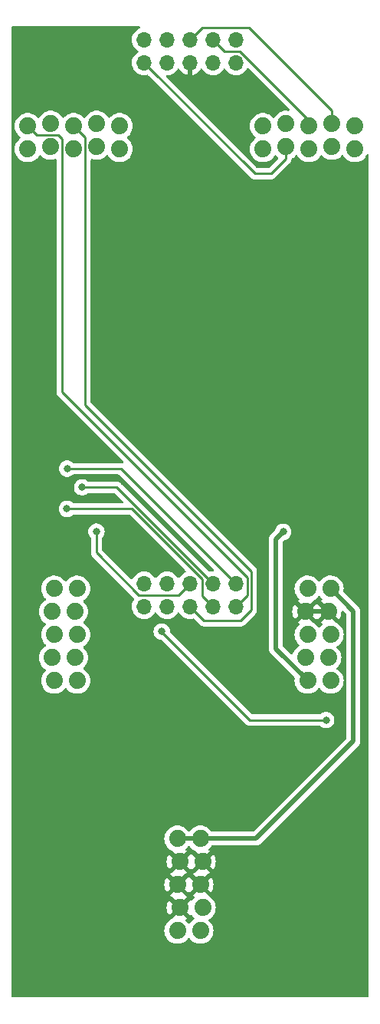
<source format=gtl>
%TF.GenerationSoftware,KiCad,Pcbnew,7.0.8*%
%TF.CreationDate,2024-02-25T17:47:53-05:00*%
%TF.ProjectId,lichen-bifocals-submodule-power-board,6c696368-656e-42d6-9269-666f63616c73,rev?*%
%TF.SameCoordinates,Original*%
%TF.FileFunction,Copper,L1,Top*%
%TF.FilePolarity,Positive*%
%FSLAX46Y46*%
G04 Gerber Fmt 4.6, Leading zero omitted, Abs format (unit mm)*
G04 Created by KiCad (PCBNEW 7.0.8) date 2024-02-25 17:47:53*
%MOMM*%
%LPD*%
G01*
G04 APERTURE LIST*
%TA.AperFunction,ComponentPad*%
%ADD10C,1.879600*%
%TD*%
%TA.AperFunction,ComponentPad*%
%ADD11O,1.700000X1.700000*%
%TD*%
%TA.AperFunction,ViaPad*%
%ADD12C,0.800000*%
%TD*%
%TA.AperFunction,Conductor*%
%ADD13C,0.500000*%
%TD*%
%TA.AperFunction,Conductor*%
%ADD14C,0.250000*%
%TD*%
G04 APERTURE END LIST*
D10*
%TO.P,MCU1,A1,-12V*%
%TO.N,-12V*%
X135687000Y-182893000D03*
%TO.P,MCU1,A2,UART_RX*%
%TO.N,POT_4_CV_9*%
X135433000Y-180353000D03*
%TO.P,MCU1,A3,UART_TX*%
%TO.N,POT_5_CV_10*%
X135687000Y-177813000D03*
%TO.P,MCU1,A4,GND*%
%TO.N,GND*%
X135433000Y-175273000D03*
%TO.P,MCU1,A5,+12V*%
%TO.N,+12V*%
X135687000Y-172733000D03*
%TO.P,MCU1,A6,+5V*%
%TO.N,+5V*%
X133147000Y-172733000D03*
%TO.P,MCU1,A7,GND*%
%TO.N,GND*%
X132893000Y-175273000D03*
%TO.P,MCU1,A8,USB_DM*%
%TO.N,unconnected-(MCU1-USB_DM-PadA8)*%
X133147000Y-177813000D03*
%TO.P,MCU1,A9,USB_DP*%
%TO.N,unconnected-(MCU1-USB_DP-PadA9)*%
X132893000Y-180353000D03*
%TO.P,MCU1,A10,+3V3*%
%TO.N,+3.3V*%
X133147000Y-182893000D03*
%TO.P,MCU1,B1,AUDIO_OUT_R*%
%TO.N,AUDIO_OUT_R*%
X138370000Y-121670000D03*
%TO.P,MCU1,B2,AUDIO_OUT_L*%
%TO.N,AUDIO_OUT_L*%
X135830000Y-121416000D03*
%TO.P,MCU1,B3,AUDIO_IN_R*%
%TO.N,AUDIO_IN_R*%
X133290000Y-121670000D03*
%TO.P,MCU1,B4,AUDIO_IN_L*%
%TO.N,AUDIO_IN_L*%
X130750000Y-121416000D03*
%TO.P,MCU1,B5,GATE_OUT_1*%
%TO.N,unconnected-(MCU1-GATE_OUT_1-PadB5)*%
X128210000Y-121670000D03*
%TO.P,MCU1,B6,GATE_OUT_2*%
%TO.N,unconnected-(MCU1-GATE_OUT_2-PadB6)*%
X128210000Y-124210000D03*
%TO.P,MCU1,B7,I2C1_SCL*%
%TO.N,BUTTON*%
X130750000Y-123956000D03*
%TO.P,MCU1,B8,I2C1_SDA*%
%TO.N,unconnected-(MCU1-I2C1_SDA-PadB8)*%
X133290000Y-124210000D03*
%TO.P,MCU1,B9,GATE_IN_2*%
%TO.N,unconnected-(MCU1-GATE_IN_2-PadB9)*%
X135830000Y-123956000D03*
%TO.P,MCU1,B10,GATE_IN_1*%
%TO.N,unconnected-(MCU1-GATE_IN_1-PadB10)*%
X138370000Y-124210000D03*
%TO.P,MCU1,C1,CV_OUT_2*%
%TO.N,unconnected-(MCU1-CV_OUT_2-PadC1)*%
X112370000Y-121670000D03*
%TO.P,MCU1,C2,CV4*%
%TO.N,JACK_CV_4*%
X109830000Y-121416000D03*
%TO.P,MCU1,C3,CV3*%
%TO.N,JACK_CV_3*%
X107290000Y-121670000D03*
%TO.P,MCU1,C4,CV2*%
%TO.N,JACK_CV_2*%
X104750000Y-121416000D03*
%TO.P,MCU1,C5,CV1*%
%TO.N,JACK_CV_1*%
X102210000Y-121670000D03*
%TO.P,MCU1,C6,CV5*%
%TO.N,JACK_CV_5*%
X102210000Y-124210000D03*
%TO.P,MCU1,C7,CV6*%
%TO.N,POT_1_CV_6*%
X104750000Y-123956000D03*
%TO.P,MCU1,C8,CV7*%
%TO.N,POT_2_CV_7*%
X107290000Y-124210000D03*
%TO.P,MCU1,C9,CV8*%
%TO.N,POT_3_CV_8*%
X109830000Y-123956000D03*
%TO.P,MCU1,C10,CV_OUT_1*%
%TO.N,LED_CV_OUT*%
X112370000Y-124210000D03*
%TO.P,MCU1,D1,SPI_NSS*%
%TO.N,unconnected-(MCU1-SPI_NSS-PadD1)*%
X107687000Y-182893000D03*
%TO.P,MCU1,D2,SDMMC_D3*%
%TO.N,unconnected-(MCU1-SDMMC_D3-PadD2)*%
X107433000Y-180353000D03*
%TO.P,MCU1,D3,SDMMC_D2*%
%TO.N,unconnected-(MCU1-SDMMC_D2-PadD3)*%
X107687000Y-177813000D03*
%TO.P,MCU1,D4,SDMMC_D1*%
%TO.N,unconnected-(MCU1-SDMMC_D1-PadD4)*%
X107433000Y-175273000D03*
%TO.P,MCU1,D5,SDMMC_D0*%
%TO.N,unconnected-(MCU1-SDMMC_D0-PadD5)*%
X107687000Y-172733000D03*
%TO.P,MCU1,D6,SDMMC_CK*%
%TO.N,unconnected-(MCU1-SDMMC_CK-PadD6)*%
X105147000Y-172733000D03*
%TO.P,MCU1,D7,SDMMC_CMD*%
%TO.N,unconnected-(MCU1-SDMMC_CMD-PadD7)*%
X104893000Y-175273000D03*
%TO.P,MCU1,D8,SPI_MISO*%
%TO.N,unconnected-(MCU1-SPI_MISO-PadD8)*%
X105147000Y-177813000D03*
%TO.P,MCU1,D9,SPI_MOSI*%
%TO.N,unconnected-(MCU1-SPI_MOSI-PadD9)*%
X104893000Y-180353000D03*
%TO.P,MCU1,D10,SPI_SCK*%
%TO.N,unconnected-(MCU1-SPI_SCK-PadD10)*%
X105147000Y-182893000D03*
%TD*%
%TO.P,PWR1,GND1,GND*%
%TO.N,GND*%
X119007000Y-202870000D03*
%TO.P,PWR1,GND2,GND*%
X121547000Y-202870000D03*
%TO.P,PWR1,GND3,GND*%
X118753000Y-205410000D03*
%TO.P,PWR1,GND4,GND*%
X121293000Y-205410000D03*
%TO.P,PWR1,GND5,GND*%
X119007000Y-207950000D03*
%TO.P,PWR1,GND6*%
%TO.N,N/C*%
X121547000Y-207950000D03*
%TO.P,PWR1,NEG1*%
%TO.N,-12V*%
X118753000Y-210490000D03*
%TO.P,PWR1,NEG2*%
X121293000Y-210490000D03*
%TO.P,PWR1,POS1*%
%TO.N,+12V*%
X118753000Y-200330000D03*
%TO.P,PWR1,POS2*%
X121293000Y-200330000D03*
%TD*%
D11*
%TO.P,H2,1,1*%
%TO.N,JACK_CV_1*%
X125230000Y-174720000D03*
%TO.P,H2,2,2*%
%TO.N,POT_1_CV_6*%
X125230000Y-172180000D03*
%TO.P,H2,3,3*%
%TO.N,JACK_CV_2*%
X122690000Y-174720000D03*
%TO.P,H2,4,4*%
%TO.N,POT_2_CV_7*%
X122690000Y-172180000D03*
%TO.P,H2,5,5*%
%TO.N,JACK_CV_3*%
X120150000Y-174720000D03*
%TO.P,H2,6,6*%
%TO.N,POT_3_CV_8*%
X120150000Y-172180000D03*
%TO.P,H2,7,7*%
%TO.N,JACK_CV_4*%
X117610000Y-174720000D03*
%TO.P,H2,8,8*%
%TO.N,POT_4_CV_9*%
X117610000Y-172180000D03*
%TO.P,H2,9,9*%
%TO.N,JACK_CV_5*%
X115070000Y-174720000D03*
%TO.P,H2,10,10*%
%TO.N,POT_5_CV_10*%
X115070000Y-172180000D03*
%TD*%
%TO.P,H1,1,1*%
%TO.N,+3.3V*%
X125230000Y-114690000D03*
%TO.P,H1,2,2*%
%TO.N,AUDIO_IN_L*%
X125230000Y-112150000D03*
%TO.P,H1,3,3*%
%TO.N,+5V*%
X122690000Y-114690000D03*
%TO.P,H1,4,4*%
%TO.N,AUDIO_IN_R*%
X122690000Y-112150000D03*
%TO.P,H1,5,5*%
%TO.N,GND*%
X120150000Y-114690000D03*
%TO.P,H1,6,6*%
%TO.N,AUDIO_OUT_L*%
X120150000Y-112150000D03*
%TO.P,H1,7,7*%
%TO.N,LED_CV_OUT*%
X117610000Y-114690000D03*
%TO.P,H1,8,8*%
%TO.N,AUDIO_OUT_R*%
X117610000Y-112150000D03*
%TO.P,H1,9,9*%
%TO.N,BUTTON*%
X115070000Y-114690000D03*
%TO.P,H1,10,10*%
%TO.N,unconnected-(H1-Pad10)*%
X115070000Y-112150000D03*
%TD*%
D12*
%TO.N,GND*%
X138820000Y-169280000D03*
X120140000Y-124510000D03*
%TO.N,+3.3V*%
X130440000Y-166470000D03*
%TO.N,POT_5_CV_10*%
X135200000Y-187240000D03*
X117020000Y-177480000D03*
%TO.N,POT_3_CV_8*%
X109810000Y-166440000D03*
%TO.N,POT_2_CV_7*%
X108230000Y-161550000D03*
%TO.N,JACK_CV_2*%
X106550000Y-163930000D03*
%TO.N,POT_1_CV_6*%
X106570000Y-159490000D03*
%TD*%
D13*
%TO.N,GND*%
X135433000Y-175273000D02*
X132893000Y-175273000D01*
D14*
%TO.N,BUTTON*%
X127306000Y-126926000D02*
X115070000Y-114690000D01*
X129104000Y-126926000D02*
X127306000Y-126926000D01*
X130750000Y-123956000D02*
X130750000Y-125280000D01*
X130750000Y-125280000D02*
X129104000Y-126926000D01*
%TO.N,AUDIO_OUT_L*%
X135830000Y-119980000D02*
X126625000Y-110775000D01*
X126625000Y-110775000D02*
X121525000Y-110775000D01*
X121525000Y-110775000D02*
X120150000Y-112150000D01*
X135830000Y-121416000D02*
X135830000Y-119980000D01*
%TO.N,AUDIO_IN_R*%
X133290000Y-121670000D02*
X133290000Y-121080344D01*
X125619656Y-113410000D02*
X123950000Y-113410000D01*
X133290000Y-121080344D02*
X125619656Y-113410000D01*
X123950000Y-113410000D02*
X122690000Y-112150000D01*
D13*
%TO.N,+3.3V*%
X129630000Y-179376000D02*
X133147000Y-182893000D01*
X129630000Y-167280000D02*
X129630000Y-179376000D01*
X130440000Y-166470000D02*
X129630000Y-167280000D01*
D14*
%TO.N,POT_5_CV_10*%
X117020000Y-177480000D02*
X117000000Y-177480000D01*
X117020000Y-177500000D02*
X117020000Y-177480000D01*
X135200000Y-187240000D02*
X126760000Y-187240000D01*
X117000000Y-177480000D02*
X117020000Y-177500000D01*
X126760000Y-187240000D02*
X117020000Y-177500000D01*
%TO.N,POT_3_CV_8*%
X109810000Y-168750000D02*
X114500000Y-173440000D01*
X118890000Y-173440000D02*
X120150000Y-172180000D01*
X114500000Y-173440000D02*
X118890000Y-173440000D01*
X109810000Y-166440000D02*
X109810000Y-168750000D01*
%TO.N,JACK_CV_3*%
X107290000Y-121670000D02*
X108554800Y-122934800D01*
X125740000Y-176280000D02*
X121710000Y-176280000D01*
X108554800Y-152464800D02*
X126920000Y-170830000D01*
X121710000Y-176280000D02*
X120150000Y-174720000D01*
X108554800Y-122934800D02*
X108554800Y-152464800D01*
X126920000Y-175100000D02*
X125740000Y-176280000D01*
X126920000Y-170830000D02*
X126920000Y-175100000D01*
%TO.N,POT_2_CV_7*%
X112060000Y-161550000D02*
X122690000Y-172180000D01*
X108230000Y-161550000D02*
X112060000Y-161550000D01*
%TO.N,JACK_CV_2*%
X122690000Y-174720000D02*
X121515000Y-173545000D01*
X113730000Y-163930000D02*
X106550000Y-163930000D01*
X121515000Y-173545000D02*
X121515000Y-171715000D01*
X106550000Y-163930000D02*
X106580000Y-163930000D01*
X121515000Y-171715000D02*
X113730000Y-163930000D01*
%TO.N,POT_1_CV_6*%
X106570000Y-159490000D02*
X112540000Y-159490000D01*
X112540000Y-159490000D02*
X125230000Y-172180000D01*
%TO.N,JACK_CV_1*%
X126460000Y-173490000D02*
X125230000Y-174720000D01*
X105620000Y-122690000D02*
X106014800Y-123084800D01*
X103230000Y-122690000D02*
X105620000Y-122690000D01*
X102210000Y-121670000D02*
X103230000Y-122690000D01*
X106014800Y-123084800D02*
X106014800Y-151034800D01*
X126460000Y-171480000D02*
X126460000Y-173490000D01*
X106014800Y-151034800D02*
X126460000Y-171480000D01*
D13*
%TO.N,+12V*%
X121293000Y-200330000D02*
X127470000Y-200330000D01*
X138210000Y-175256000D02*
X135687000Y-172733000D01*
X127470000Y-200330000D02*
X138210000Y-189590000D01*
X121293000Y-200330000D02*
X118753000Y-200330000D01*
X138210000Y-189590000D02*
X138210000Y-175256000D01*
%TD*%
%TA.AperFunction,Conductor*%
%TO.N,GND*%
G36*
X120186941Y-208776389D02*
G01*
X120199630Y-208775073D01*
X120226039Y-208752536D01*
X120295270Y-208743112D01*
X120358606Y-208772614D01*
X120380509Y-208797892D01*
X120406502Y-208837678D01*
X120406506Y-208837682D01*
X120568168Y-209013295D01*
X120568171Y-209013297D01*
X120568171Y-209013298D01*
X120593668Y-209033142D01*
X120634483Y-209089852D01*
X120638158Y-209159625D01*
X120603528Y-209220308D01*
X120576527Y-209240051D01*
X120502533Y-209280095D01*
X120502530Y-209280097D01*
X120314169Y-209426704D01*
X120152508Y-209602315D01*
X120126808Y-209641652D01*
X120073661Y-209687008D01*
X120004430Y-209696431D01*
X119941094Y-209666928D01*
X119919192Y-209641652D01*
X119893494Y-209602318D01*
X119731832Y-209426705D01*
X119705898Y-209406520D01*
X119665086Y-209349810D01*
X119661411Y-209280037D01*
X119696042Y-209219354D01*
X119723044Y-209199612D01*
X119797192Y-209159484D01*
X119797200Y-209159480D01*
X119834158Y-209130712D01*
X119834158Y-209130711D01*
X119146599Y-208443152D01*
X119151592Y-208442435D01*
X119284470Y-208381752D01*
X119394869Y-208286090D01*
X119473845Y-208163201D01*
X119496522Y-208085969D01*
X120186941Y-208776389D01*
G37*
%TD.AperFunction*%
%TA.AperFunction,Conductor*%
G36*
X120826155Y-205623201D02*
G01*
X120905131Y-205746090D01*
X121015530Y-205841752D01*
X121148408Y-205902435D01*
X121153399Y-205903152D01*
X120465839Y-206590711D01*
X120465840Y-206590712D01*
X120502802Y-206619481D01*
X120502808Y-206619486D01*
X120576955Y-206659612D01*
X120626546Y-206708831D01*
X120641654Y-206777048D01*
X120617484Y-206842604D01*
X120594102Y-206866519D01*
X120568171Y-206886702D01*
X120568165Y-206886707D01*
X120406508Y-207062315D01*
X120380508Y-207102110D01*
X120327360Y-207147465D01*
X120258129Y-207156886D01*
X120194794Y-207127383D01*
X120191976Y-207124131D01*
X120186941Y-207123609D01*
X119496521Y-207814029D01*
X119473845Y-207736799D01*
X119394869Y-207613910D01*
X119284470Y-207518248D01*
X119151592Y-207457565D01*
X119146600Y-207456847D01*
X119834159Y-206769288D01*
X119834158Y-206769286D01*
X119797197Y-206740518D01*
X119797191Y-206740514D01*
X119647867Y-206659704D01*
X119598276Y-206610485D01*
X119597796Y-206608349D01*
X118892599Y-205903152D01*
X118897592Y-205902435D01*
X119030470Y-205841752D01*
X119140869Y-205746090D01*
X119219845Y-205623201D01*
X119242522Y-205545969D01*
X119932941Y-206236389D01*
X119945361Y-206235101D01*
X119972337Y-206212080D01*
X120041568Y-206202656D01*
X120104904Y-206232158D01*
X120108127Y-206235878D01*
X120113057Y-206236389D01*
X120803477Y-205545969D01*
X120826155Y-205623201D01*
G37*
%TD.AperFunction*%
%TA.AperFunction,Conductor*%
G36*
X121080155Y-203083201D02*
G01*
X121159131Y-203206090D01*
X121269530Y-203301752D01*
X121402408Y-203362435D01*
X121407399Y-203363152D01*
X120701949Y-204068602D01*
X120701382Y-204071098D01*
X120652132Y-204119704D01*
X120502802Y-204200517D01*
X120465840Y-204229286D01*
X120465840Y-204229287D01*
X121153400Y-204916847D01*
X121148408Y-204917565D01*
X121015530Y-204978248D01*
X120905131Y-205073910D01*
X120826155Y-205196799D01*
X120803478Y-205274030D01*
X120113057Y-204583609D01*
X120100634Y-204584897D01*
X120073659Y-204607919D01*
X120004428Y-204617341D01*
X119941093Y-204587839D01*
X119937871Y-204584120D01*
X119932941Y-204583609D01*
X119242521Y-205274029D01*
X119219845Y-205196799D01*
X119140869Y-205073910D01*
X119030470Y-204978248D01*
X118897592Y-204917565D01*
X118892600Y-204916847D01*
X119598043Y-204211402D01*
X119598609Y-204208915D01*
X119647867Y-204160295D01*
X119797192Y-204079484D01*
X119797200Y-204079480D01*
X119834158Y-204050712D01*
X119834158Y-204050711D01*
X119146599Y-203363152D01*
X119151592Y-203362435D01*
X119284470Y-203301752D01*
X119394869Y-203206090D01*
X119473845Y-203083201D01*
X119496522Y-203005969D01*
X120186941Y-203696389D01*
X120199361Y-203695101D01*
X120226337Y-203672080D01*
X120295568Y-203662656D01*
X120358904Y-203692158D01*
X120362127Y-203695878D01*
X120367057Y-203696389D01*
X121057477Y-203005969D01*
X121080155Y-203083201D01*
G37*
%TD.AperFunction*%
%TA.AperFunction,Conductor*%
G36*
X120104905Y-201153070D02*
G01*
X120126803Y-201178341D01*
X120152506Y-201217682D01*
X120314168Y-201393295D01*
X120502531Y-201539903D01*
X120652098Y-201620845D01*
X120701688Y-201670065D01*
X120701997Y-201671444D01*
X121407400Y-202376847D01*
X121402408Y-202377565D01*
X121269530Y-202438248D01*
X121159131Y-202533910D01*
X121080155Y-202656799D01*
X121057478Y-202734030D01*
X120367057Y-202043609D01*
X120354634Y-202044897D01*
X120327659Y-202067919D01*
X120258428Y-202077341D01*
X120195093Y-202047839D01*
X120191871Y-202044120D01*
X120186941Y-202043609D01*
X119496521Y-202734029D01*
X119473845Y-202656799D01*
X119394869Y-202533910D01*
X119284470Y-202438248D01*
X119151592Y-202377565D01*
X119146600Y-202376847D01*
X119834159Y-201689288D01*
X119834158Y-201689286D01*
X119797197Y-201660518D01*
X119797196Y-201660516D01*
X119723043Y-201620387D01*
X119673453Y-201571167D01*
X119658345Y-201502950D01*
X119682516Y-201437395D01*
X119705893Y-201413483D01*
X119731832Y-201393295D01*
X119893494Y-201217682D01*
X119919194Y-201178345D01*
X119972338Y-201132992D01*
X120041569Y-201123568D01*
X120104905Y-201153070D01*
G37*
%TD.AperFunction*%
%TA.AperFunction,Conductor*%
G36*
X134966155Y-175486201D02*
G01*
X135045131Y-175609090D01*
X135155530Y-175704752D01*
X135288408Y-175765435D01*
X135293399Y-175766152D01*
X134605839Y-176453711D01*
X134605840Y-176453712D01*
X134642802Y-176482481D01*
X134642808Y-176482486D01*
X134716955Y-176522612D01*
X134766546Y-176571831D01*
X134781654Y-176640048D01*
X134757484Y-176705604D01*
X134734102Y-176729519D01*
X134708171Y-176749702D01*
X134546508Y-176925315D01*
X134520808Y-176964652D01*
X134467661Y-177010008D01*
X134398430Y-177019431D01*
X134335094Y-176989928D01*
X134313192Y-176964652D01*
X134302172Y-176947785D01*
X134287494Y-176925318D01*
X134125832Y-176749705D01*
X133937469Y-176603097D01*
X133787899Y-176522153D01*
X133738310Y-176472934D01*
X133738000Y-176471553D01*
X133032599Y-175766152D01*
X133037592Y-175765435D01*
X133170470Y-175704752D01*
X133280869Y-175609090D01*
X133359845Y-175486201D01*
X133382521Y-175408969D01*
X134072941Y-176099389D01*
X134085361Y-176098101D01*
X134112337Y-176075080D01*
X134181568Y-176065656D01*
X134244904Y-176095158D01*
X134248127Y-176098878D01*
X134253057Y-176099389D01*
X134943477Y-175408969D01*
X134966155Y-175486201D01*
G37*
%TD.AperFunction*%
%TA.AperFunction,Conductor*%
G36*
X134498904Y-173556071D02*
G01*
X134520809Y-173581350D01*
X134546506Y-173620682D01*
X134708168Y-173796295D01*
X134734100Y-173816479D01*
X134774913Y-173873188D01*
X134778588Y-173942961D01*
X134743957Y-174003644D01*
X134716956Y-174023386D01*
X134642811Y-174063511D01*
X134642802Y-174063517D01*
X134605840Y-174092286D01*
X134605840Y-174092287D01*
X135293400Y-174779847D01*
X135288408Y-174780565D01*
X135155530Y-174841248D01*
X135045131Y-174936910D01*
X134966155Y-175059799D01*
X134943478Y-175137030D01*
X134253057Y-174446609D01*
X134240634Y-174447897D01*
X134213659Y-174470919D01*
X134144428Y-174480341D01*
X134081093Y-174450839D01*
X134077871Y-174447120D01*
X134072941Y-174446609D01*
X133382521Y-175137029D01*
X133359845Y-175059799D01*
X133280869Y-174936910D01*
X133170470Y-174841248D01*
X133037592Y-174780565D01*
X133032600Y-174779847D01*
X133738253Y-174074192D01*
X133738649Y-174072452D01*
X133787899Y-174023846D01*
X133937469Y-173942903D01*
X134125832Y-173796295D01*
X134287494Y-173620682D01*
X134313191Y-173581350D01*
X134366337Y-173535993D01*
X134435568Y-173526569D01*
X134498904Y-173556071D01*
G37*
%TD.AperFunction*%
%TA.AperFunction,Conductor*%
G36*
X114597843Y-110670185D02*
G01*
X114643598Y-110722989D01*
X114653542Y-110792147D01*
X114624517Y-110855703D01*
X114583209Y-110886882D01*
X114392171Y-110975964D01*
X114392169Y-110975965D01*
X114198597Y-111111505D01*
X114031505Y-111278597D01*
X113895965Y-111472169D01*
X113895964Y-111472171D01*
X113796098Y-111686335D01*
X113796094Y-111686344D01*
X113734938Y-111914586D01*
X113734936Y-111914596D01*
X113714341Y-112149999D01*
X113714341Y-112150000D01*
X113734936Y-112385403D01*
X113734938Y-112385413D01*
X113796094Y-112613655D01*
X113796096Y-112613659D01*
X113796097Y-112613663D01*
X113800000Y-112622032D01*
X113895965Y-112827830D01*
X113895967Y-112827834D01*
X114004281Y-112982521D01*
X114031501Y-113021396D01*
X114031506Y-113021402D01*
X114198597Y-113188493D01*
X114198603Y-113188498D01*
X114384158Y-113318425D01*
X114427783Y-113373002D01*
X114434977Y-113442500D01*
X114403454Y-113504855D01*
X114384158Y-113521575D01*
X114198597Y-113651505D01*
X114031505Y-113818597D01*
X113895965Y-114012169D01*
X113895964Y-114012171D01*
X113796098Y-114226335D01*
X113796094Y-114226344D01*
X113734938Y-114454586D01*
X113734936Y-114454596D01*
X113714341Y-114689999D01*
X113714341Y-114690000D01*
X113734936Y-114925403D01*
X113734938Y-114925413D01*
X113796094Y-115153655D01*
X113796096Y-115153659D01*
X113796097Y-115153663D01*
X113875801Y-115324588D01*
X113895965Y-115367830D01*
X113895967Y-115367834D01*
X114004281Y-115522521D01*
X114031505Y-115561401D01*
X114198599Y-115728495D01*
X114295384Y-115796265D01*
X114392165Y-115864032D01*
X114392167Y-115864033D01*
X114392170Y-115864035D01*
X114606337Y-115963903D01*
X114834592Y-116025063D01*
X115022918Y-116041539D01*
X115069999Y-116045659D01*
X115070000Y-116045659D01*
X115070001Y-116045659D01*
X115109234Y-116042226D01*
X115305408Y-116025063D01*
X115405873Y-115998143D01*
X115475722Y-115999806D01*
X115525646Y-116030236D01*
X121403278Y-121907869D01*
X126805197Y-127309788D01*
X126815022Y-127322051D01*
X126815243Y-127321869D01*
X126820214Y-127327878D01*
X126841043Y-127347437D01*
X126870635Y-127375226D01*
X126891529Y-127396120D01*
X126897011Y-127400373D01*
X126901443Y-127404157D01*
X126935418Y-127436062D01*
X126952976Y-127445714D01*
X126969235Y-127456395D01*
X126985064Y-127468673D01*
X127027838Y-127487182D01*
X127033056Y-127489738D01*
X127073908Y-127512197D01*
X127093316Y-127517180D01*
X127111717Y-127523480D01*
X127130104Y-127531437D01*
X127173488Y-127538308D01*
X127176119Y-127538725D01*
X127181839Y-127539909D01*
X127226981Y-127551500D01*
X127247016Y-127551500D01*
X127266414Y-127553026D01*
X127286194Y-127556159D01*
X127286195Y-127556160D01*
X127286195Y-127556159D01*
X127286196Y-127556160D01*
X127332584Y-127551775D01*
X127338422Y-127551500D01*
X129021257Y-127551500D01*
X129036877Y-127553224D01*
X129036904Y-127552939D01*
X129044660Y-127553671D01*
X129044667Y-127553673D01*
X129113814Y-127551500D01*
X129143350Y-127551500D01*
X129150228Y-127550630D01*
X129156041Y-127550172D01*
X129202627Y-127548709D01*
X129221869Y-127543117D01*
X129240912Y-127539174D01*
X129260792Y-127536664D01*
X129304122Y-127519507D01*
X129309646Y-127517617D01*
X129313396Y-127516527D01*
X129354390Y-127504618D01*
X129371629Y-127494422D01*
X129389103Y-127485862D01*
X129407727Y-127478488D01*
X129407727Y-127478487D01*
X129407732Y-127478486D01*
X129445449Y-127451082D01*
X129450305Y-127447892D01*
X129490420Y-127424170D01*
X129504589Y-127409999D01*
X129519379Y-127397368D01*
X129535587Y-127385594D01*
X129565299Y-127349676D01*
X129569212Y-127345376D01*
X131133786Y-125780802D01*
X131146048Y-125770980D01*
X131145865Y-125770759D01*
X131151867Y-125765792D01*
X131151877Y-125765786D01*
X131199241Y-125715348D01*
X131220120Y-125694470D01*
X131224373Y-125688986D01*
X131228150Y-125684563D01*
X131260062Y-125650582D01*
X131269714Y-125633023D01*
X131280389Y-125616772D01*
X131292674Y-125600936D01*
X131311186Y-125558152D01*
X131313742Y-125552935D01*
X131336197Y-125512092D01*
X131341180Y-125492680D01*
X131347477Y-125474291D01*
X131355438Y-125455895D01*
X131362729Y-125409853D01*
X131363908Y-125404162D01*
X131375500Y-125359019D01*
X131375500Y-125338983D01*
X131377024Y-125319601D01*
X131378744Y-125308743D01*
X131408667Y-125245611D01*
X131442194Y-125219086D01*
X131540469Y-125165903D01*
X131728832Y-125019295D01*
X131837028Y-124901761D01*
X131896911Y-124865773D01*
X131966749Y-124867872D01*
X132024366Y-124907396D01*
X132032064Y-124917924D01*
X132098293Y-125019295D01*
X132149506Y-125097682D01*
X132311168Y-125273295D01*
X132499531Y-125419903D01*
X132709455Y-125533509D01*
X132935216Y-125611012D01*
X133170653Y-125650300D01*
X133170654Y-125650300D01*
X133409346Y-125650300D01*
X133409347Y-125650300D01*
X133644784Y-125611012D01*
X133870545Y-125533509D01*
X134080469Y-125419903D01*
X134268832Y-125273295D01*
X134430494Y-125097682D01*
X134547935Y-124917924D01*
X134601081Y-124872568D01*
X134670313Y-124863144D01*
X134733649Y-124892646D01*
X134742972Y-124901762D01*
X134851168Y-125019295D01*
X135039531Y-125165903D01*
X135249455Y-125279509D01*
X135475216Y-125357012D01*
X135710653Y-125396300D01*
X135710654Y-125396300D01*
X135949346Y-125396300D01*
X135949347Y-125396300D01*
X136184784Y-125357012D01*
X136410545Y-125279509D01*
X136620469Y-125165903D01*
X136808832Y-125019295D01*
X136917028Y-124901761D01*
X136976911Y-124865773D01*
X137046749Y-124867872D01*
X137104366Y-124907396D01*
X137112064Y-124917924D01*
X137178293Y-125019295D01*
X137229506Y-125097682D01*
X137391168Y-125273295D01*
X137579531Y-125419903D01*
X137789455Y-125533509D01*
X138015216Y-125611012D01*
X138250653Y-125650300D01*
X138250654Y-125650300D01*
X138489346Y-125650300D01*
X138489347Y-125650300D01*
X138724784Y-125611012D01*
X138950545Y-125533509D01*
X139160469Y-125419903D01*
X139348832Y-125273295D01*
X139510494Y-125097682D01*
X139641047Y-124897856D01*
X139661944Y-124850216D01*
X139706900Y-124796730D01*
X139773636Y-124776040D01*
X139840964Y-124794715D01*
X139887507Y-124846825D01*
X139899500Y-124900026D01*
X139899500Y-217725500D01*
X139879815Y-217792539D01*
X139827011Y-217838294D01*
X139775500Y-217849500D01*
X100524500Y-217849500D01*
X100457461Y-217829815D01*
X100411706Y-217777011D01*
X100400500Y-217725500D01*
X100400500Y-210490005D01*
X117307764Y-210490005D01*
X117327473Y-210727869D01*
X117327475Y-210727881D01*
X117386070Y-210959267D01*
X117481951Y-211177852D01*
X117481953Y-211177856D01*
X117612506Y-211377682D01*
X117774168Y-211553295D01*
X117962531Y-211699903D01*
X118172455Y-211813509D01*
X118398216Y-211891012D01*
X118633653Y-211930300D01*
X118633654Y-211930300D01*
X118872346Y-211930300D01*
X118872347Y-211930300D01*
X119107784Y-211891012D01*
X119333545Y-211813509D01*
X119543469Y-211699903D01*
X119731832Y-211553295D01*
X119893494Y-211377682D01*
X119919191Y-211338350D01*
X119972337Y-211292993D01*
X120041568Y-211283569D01*
X120104904Y-211313071D01*
X120126809Y-211338350D01*
X120152506Y-211377682D01*
X120314168Y-211553295D01*
X120502531Y-211699903D01*
X120712455Y-211813509D01*
X120938216Y-211891012D01*
X121173653Y-211930300D01*
X121173654Y-211930300D01*
X121412346Y-211930300D01*
X121412347Y-211930300D01*
X121647784Y-211891012D01*
X121873545Y-211813509D01*
X122083469Y-211699903D01*
X122271832Y-211553295D01*
X122433494Y-211377682D01*
X122564047Y-211177856D01*
X122659929Y-210959267D01*
X122718525Y-210727878D01*
X122738236Y-210490000D01*
X122718525Y-210252122D01*
X122659929Y-210020733D01*
X122564047Y-209802144D01*
X122433494Y-209602318D01*
X122271832Y-209426705D01*
X122246327Y-209406854D01*
X122205515Y-209350144D01*
X122201842Y-209280371D01*
X122236473Y-209219688D01*
X122263472Y-209199948D01*
X122337469Y-209159903D01*
X122525832Y-209013295D01*
X122687494Y-208837682D01*
X122818047Y-208637856D01*
X122913929Y-208419267D01*
X122972525Y-208187878D01*
X122972532Y-208187796D01*
X122992236Y-207950005D01*
X122992236Y-207949994D01*
X122972526Y-207712130D01*
X122972524Y-207712118D01*
X122913929Y-207480732D01*
X122818048Y-207262147D01*
X122818047Y-207262144D01*
X122687494Y-207062318D01*
X122525832Y-206886705D01*
X122337469Y-206740097D01*
X122187899Y-206659153D01*
X122138310Y-206609934D01*
X122138000Y-206608553D01*
X121432599Y-205903152D01*
X121437592Y-205902435D01*
X121570470Y-205841752D01*
X121680869Y-205746090D01*
X121759845Y-205623201D01*
X121782521Y-205545969D01*
X122472941Y-206236389D01*
X122563604Y-206097621D01*
X122563609Y-206097613D01*
X122659454Y-205879104D01*
X122718030Y-205647796D01*
X122718032Y-205647788D01*
X122737735Y-205410006D01*
X122737735Y-205409993D01*
X122718032Y-205172211D01*
X122718030Y-205172203D01*
X122659454Y-204940895D01*
X122563606Y-204722380D01*
X122472941Y-204583609D01*
X121782521Y-205274029D01*
X121759845Y-205196799D01*
X121680869Y-205073910D01*
X121570470Y-204978248D01*
X121437592Y-204917565D01*
X121432600Y-204916847D01*
X122138043Y-204211402D01*
X122138609Y-204208915D01*
X122187867Y-204160295D01*
X122337192Y-204079484D01*
X122337200Y-204079480D01*
X122374158Y-204050712D01*
X122374158Y-204050711D01*
X121686599Y-203363152D01*
X121691592Y-203362435D01*
X121824470Y-203301752D01*
X121934869Y-203206090D01*
X122013845Y-203083201D01*
X122036521Y-203005969D01*
X122726941Y-203696389D01*
X122817604Y-203557621D01*
X122817609Y-203557613D01*
X122913454Y-203339104D01*
X122972030Y-203107796D01*
X122972032Y-203107788D01*
X122991735Y-202870006D01*
X122991735Y-202869993D01*
X122972032Y-202632211D01*
X122972030Y-202632203D01*
X122913454Y-202400895D01*
X122817606Y-202182380D01*
X122726941Y-202043609D01*
X122036521Y-202734029D01*
X122013845Y-202656799D01*
X121934869Y-202533910D01*
X121824470Y-202438248D01*
X121691592Y-202377565D01*
X121686600Y-202376847D01*
X122374159Y-201689288D01*
X122374158Y-201689286D01*
X122337197Y-201660518D01*
X122337196Y-201660516D01*
X122263043Y-201620387D01*
X122213453Y-201571167D01*
X122198345Y-201502950D01*
X122222516Y-201437395D01*
X122245893Y-201413483D01*
X122271832Y-201393295D01*
X122433494Y-201217682D01*
X122486417Y-201136678D01*
X122539563Y-201091321D01*
X122590225Y-201080500D01*
X127406295Y-201080500D01*
X127424265Y-201081809D01*
X127448023Y-201085289D01*
X127500068Y-201080735D01*
X127505470Y-201080500D01*
X127513704Y-201080500D01*
X127513709Y-201080500D01*
X127525327Y-201079141D01*
X127546276Y-201076693D01*
X127559028Y-201075577D01*
X127622797Y-201069999D01*
X127622805Y-201069996D01*
X127629866Y-201068539D01*
X127629878Y-201068598D01*
X127637243Y-201066965D01*
X127637229Y-201066906D01*
X127644246Y-201065241D01*
X127644255Y-201065241D01*
X127716423Y-201038974D01*
X127789334Y-201014814D01*
X127789343Y-201014807D01*
X127795882Y-201011760D01*
X127795908Y-201011816D01*
X127802690Y-201008532D01*
X127802663Y-201008478D01*
X127809106Y-201005240D01*
X127809117Y-201005237D01*
X127873283Y-200963034D01*
X127938656Y-200922712D01*
X127938662Y-200922705D01*
X127944325Y-200918229D01*
X127944362Y-200918277D01*
X127950204Y-200913518D01*
X127950164Y-200913471D01*
X127955691Y-200908832D01*
X127955696Y-200908830D01*
X128008386Y-200852981D01*
X138695638Y-190165727D01*
X138709267Y-190153950D01*
X138728530Y-190139610D01*
X138728532Y-190139606D01*
X138728534Y-190139606D01*
X138746663Y-190117999D01*
X138762113Y-190099585D01*
X138765767Y-190095599D01*
X138771591Y-190089776D01*
X138791930Y-190064052D01*
X138841302Y-190005214D01*
X138841306Y-190005205D01*
X138845274Y-189999175D01*
X138845325Y-189999208D01*
X138849369Y-189992860D01*
X138849317Y-189992828D01*
X138853104Y-189986685D01*
X138853111Y-189986677D01*
X138885572Y-189917063D01*
X138920040Y-189848433D01*
X138920041Y-189848427D01*
X138922508Y-189841650D01*
X138922566Y-189841671D01*
X138925043Y-189834544D01*
X138924986Y-189834526D01*
X138927255Y-189827679D01*
X138927256Y-189827674D01*
X138927257Y-189827672D01*
X138942790Y-189752441D01*
X138960500Y-189677721D01*
X138960500Y-189677719D01*
X138961339Y-189670548D01*
X138961398Y-189670554D01*
X138962164Y-189663054D01*
X138962105Y-189663049D01*
X138962734Y-189655859D01*
X138960500Y-189579082D01*
X138960500Y-175319705D01*
X138961809Y-175301735D01*
X138962901Y-175294280D01*
X138965289Y-175277977D01*
X138964918Y-175273740D01*
X138960736Y-175225934D01*
X138960500Y-175220528D01*
X138960500Y-175212297D01*
X138960500Y-175212291D01*
X138956693Y-175179724D01*
X138949999Y-175103203D01*
X138949999Y-175103201D01*
X138948539Y-175096129D01*
X138948597Y-175096116D01*
X138946965Y-175088757D01*
X138946906Y-175088772D01*
X138945242Y-175081753D01*
X138945241Y-175081745D01*
X138918974Y-175009576D01*
X138894814Y-174936666D01*
X138894809Y-174936659D01*
X138891760Y-174930118D01*
X138891815Y-174930091D01*
X138888533Y-174923313D01*
X138888480Y-174923340D01*
X138885235Y-174916880D01*
X138843028Y-174852708D01*
X138812820Y-174803733D01*
X138802712Y-174787345D01*
X138802711Y-174787344D01*
X138802710Y-174787342D01*
X138798234Y-174781682D01*
X138798281Y-174781644D01*
X138793519Y-174775799D01*
X138793474Y-174775838D01*
X138788834Y-174770308D01*
X138732964Y-174717596D01*
X137136829Y-173121461D01*
X137103344Y-173060138D01*
X137104305Y-173003338D01*
X137112523Y-172970886D01*
X137112524Y-172970881D01*
X137112525Y-172970878D01*
X137112526Y-172970869D01*
X137132236Y-172733005D01*
X137132236Y-172732994D01*
X137112526Y-172495130D01*
X137112524Y-172495118D01*
X137053929Y-172263732D01*
X136958048Y-172045147D01*
X136958047Y-172045144D01*
X136827494Y-171845318D01*
X136665832Y-171669705D01*
X136477469Y-171523097D01*
X136381152Y-171470972D01*
X136267546Y-171409491D01*
X136267541Y-171409489D01*
X136041786Y-171331988D01*
X135884826Y-171305796D01*
X135806347Y-171292700D01*
X135567653Y-171292700D01*
X135508793Y-171302522D01*
X135332213Y-171331988D01*
X135106458Y-171409489D01*
X135106453Y-171409491D01*
X134896529Y-171523098D01*
X134708169Y-171669704D01*
X134546508Y-171845315D01*
X134520808Y-171884652D01*
X134467661Y-171930008D01*
X134398430Y-171939431D01*
X134335094Y-171909928D01*
X134313192Y-171884652D01*
X134287494Y-171845318D01*
X134125832Y-171669705D01*
X133937469Y-171523097D01*
X133841152Y-171470972D01*
X133727546Y-171409491D01*
X133727541Y-171409489D01*
X133501786Y-171331988D01*
X133344826Y-171305796D01*
X133266347Y-171292700D01*
X133027653Y-171292700D01*
X132968793Y-171302522D01*
X132792213Y-171331988D01*
X132566458Y-171409489D01*
X132566453Y-171409491D01*
X132356529Y-171523098D01*
X132168169Y-171669704D01*
X132006506Y-171845317D01*
X131875951Y-172045147D01*
X131780070Y-172263732D01*
X131721475Y-172495118D01*
X131721473Y-172495130D01*
X131701764Y-172732994D01*
X131701764Y-172733005D01*
X131721473Y-172970869D01*
X131721475Y-172970881D01*
X131780070Y-173202267D01*
X131875951Y-173420852D01*
X131875953Y-173420856D01*
X132006506Y-173620682D01*
X132168168Y-173796295D01*
X132194100Y-173816479D01*
X132234913Y-173873188D01*
X132238588Y-173942961D01*
X132203957Y-174003644D01*
X132176956Y-174023386D01*
X132102811Y-174063511D01*
X132102802Y-174063517D01*
X132065840Y-174092286D01*
X132065840Y-174092287D01*
X132753400Y-174779847D01*
X132748408Y-174780565D01*
X132615530Y-174841248D01*
X132505131Y-174936910D01*
X132426155Y-175059799D01*
X132403478Y-175137030D01*
X131713057Y-174446609D01*
X131622392Y-174585382D01*
X131526545Y-174803895D01*
X131467969Y-175035203D01*
X131467967Y-175035211D01*
X131448265Y-175272993D01*
X131448265Y-175273006D01*
X131467967Y-175510788D01*
X131467969Y-175510796D01*
X131526545Y-175742104D01*
X131622391Y-175960614D01*
X131713057Y-176099389D01*
X132403477Y-175408969D01*
X132426155Y-175486201D01*
X132505131Y-175609090D01*
X132615530Y-175704752D01*
X132748408Y-175765435D01*
X132753399Y-175766152D01*
X132065839Y-176453711D01*
X132065840Y-176453712D01*
X132102802Y-176482481D01*
X132102808Y-176482486D01*
X132176955Y-176522612D01*
X132226546Y-176571831D01*
X132241654Y-176640048D01*
X132217484Y-176705604D01*
X132194102Y-176729519D01*
X132168171Y-176749702D01*
X132006506Y-176925317D01*
X131875951Y-177125147D01*
X131780070Y-177343732D01*
X131721475Y-177575118D01*
X131721473Y-177575130D01*
X131701764Y-177812994D01*
X131701764Y-177813005D01*
X131721473Y-178050869D01*
X131721475Y-178050881D01*
X131780070Y-178282267D01*
X131875951Y-178500852D01*
X131875953Y-178500856D01*
X132006506Y-178700682D01*
X132168168Y-178876295D01*
X132168171Y-178876297D01*
X132168171Y-178876298D01*
X132193668Y-178896142D01*
X132234483Y-178952852D01*
X132238158Y-179022625D01*
X132203528Y-179083308D01*
X132176527Y-179103051D01*
X132102533Y-179143095D01*
X132102530Y-179143097D01*
X131914169Y-179289704D01*
X131752506Y-179465317D01*
X131621951Y-179665147D01*
X131526069Y-179883735D01*
X131513573Y-179933080D01*
X131478033Y-179993236D01*
X131415612Y-180024627D01*
X131346128Y-180017287D01*
X131305687Y-179990319D01*
X130416819Y-179101451D01*
X130383334Y-179040128D01*
X130380500Y-179013770D01*
X130380500Y-167642229D01*
X130400185Y-167575190D01*
X130416815Y-167554552D01*
X130592771Y-167378595D01*
X130654092Y-167345112D01*
X130654448Y-167345034D01*
X130719803Y-167331144D01*
X130892730Y-167254151D01*
X131045871Y-167142888D01*
X131172533Y-167002216D01*
X131267179Y-166838284D01*
X131325674Y-166658256D01*
X131345460Y-166470000D01*
X131325674Y-166281744D01*
X131267179Y-166101716D01*
X131172533Y-165937784D01*
X131045871Y-165797112D01*
X131045870Y-165797111D01*
X130892734Y-165685851D01*
X130892729Y-165685848D01*
X130719807Y-165608857D01*
X130719802Y-165608855D01*
X130574001Y-165577865D01*
X130534646Y-165569500D01*
X130345354Y-165569500D01*
X130312897Y-165576398D01*
X130160197Y-165608855D01*
X130160192Y-165608857D01*
X129987270Y-165685848D01*
X129987265Y-165685851D01*
X129834129Y-165797111D01*
X129707466Y-165937785D01*
X129612821Y-166101715D01*
X129612819Y-166101719D01*
X129557479Y-166272039D01*
X129527229Y-166321401D01*
X129144358Y-166704272D01*
X129130729Y-166716051D01*
X129111468Y-166730390D01*
X129077898Y-166770397D01*
X129074253Y-166774376D01*
X129068409Y-166780222D01*
X129048059Y-166805959D01*
X128998695Y-166864789D01*
X128994729Y-166870819D01*
X128994682Y-166870788D01*
X128990630Y-166877147D01*
X128990679Y-166877177D01*
X128986889Y-166883321D01*
X128954424Y-166952941D01*
X128919960Y-167021566D01*
X128917488Y-167028357D01*
X128917432Y-167028336D01*
X128914960Y-167035450D01*
X128915015Y-167035469D01*
X128912742Y-167042327D01*
X128909978Y-167055715D01*
X128897207Y-167117565D01*
X128891206Y-167142888D01*
X128879498Y-167192286D01*
X128878661Y-167199454D01*
X128878601Y-167199447D01*
X128877835Y-167206945D01*
X128877895Y-167206951D01*
X128877265Y-167214140D01*
X128879500Y-167290916D01*
X128879500Y-179312294D01*
X128878191Y-179330263D01*
X128874710Y-179354025D01*
X128879264Y-179406064D01*
X128879500Y-179411470D01*
X128879500Y-179419709D01*
X128883306Y-179452274D01*
X128890000Y-179528791D01*
X128891461Y-179535867D01*
X128891403Y-179535878D01*
X128893034Y-179543237D01*
X128893092Y-179543224D01*
X128894757Y-179550250D01*
X128921025Y-179622424D01*
X128945185Y-179695331D01*
X128948236Y-179701874D01*
X128948182Y-179701898D01*
X128951470Y-179708688D01*
X128951521Y-179708663D01*
X128954761Y-179715113D01*
X128954762Y-179715114D01*
X128954763Y-179715117D01*
X128996965Y-179779283D01*
X129037287Y-179844655D01*
X129041766Y-179850319D01*
X129041719Y-179850356D01*
X129046482Y-179856202D01*
X129046528Y-179856164D01*
X129051173Y-179861700D01*
X129107018Y-179914386D01*
X131697170Y-182504538D01*
X131730655Y-182565861D01*
X131729695Y-182622657D01*
X131721474Y-182655120D01*
X131721474Y-182655123D01*
X131701764Y-182892994D01*
X131701764Y-182893005D01*
X131721473Y-183130869D01*
X131721475Y-183130881D01*
X131780070Y-183362267D01*
X131875951Y-183580852D01*
X131875953Y-183580856D01*
X132006506Y-183780682D01*
X132168168Y-183956295D01*
X132356531Y-184102903D01*
X132566455Y-184216509D01*
X132792216Y-184294012D01*
X133027653Y-184333300D01*
X133027654Y-184333300D01*
X133266346Y-184333300D01*
X133266347Y-184333300D01*
X133501784Y-184294012D01*
X133727545Y-184216509D01*
X133937469Y-184102903D01*
X134125832Y-183956295D01*
X134287494Y-183780682D01*
X134313191Y-183741350D01*
X134366337Y-183695993D01*
X134435568Y-183686569D01*
X134498904Y-183716071D01*
X134520809Y-183741350D01*
X134546506Y-183780682D01*
X134708168Y-183956295D01*
X134896531Y-184102903D01*
X135106455Y-184216509D01*
X135332216Y-184294012D01*
X135567653Y-184333300D01*
X135567654Y-184333300D01*
X135806346Y-184333300D01*
X135806347Y-184333300D01*
X136041784Y-184294012D01*
X136267545Y-184216509D01*
X136477469Y-184102903D01*
X136665832Y-183956295D01*
X136827494Y-183780682D01*
X136958047Y-183580856D01*
X137053929Y-183362267D01*
X137112525Y-183130878D01*
X137132236Y-182893000D01*
X137112525Y-182655122D01*
X137053929Y-182423733D01*
X136958047Y-182205144D01*
X136827494Y-182005318D01*
X136665832Y-181829705D01*
X136477469Y-181683097D01*
X136477462Y-181683092D01*
X136403473Y-181643051D01*
X136353882Y-181593832D01*
X136338775Y-181525615D01*
X136362946Y-181460059D01*
X136386327Y-181436145D01*
X136411832Y-181416295D01*
X136573494Y-181240682D01*
X136704047Y-181040856D01*
X136799929Y-180822267D01*
X136858525Y-180590878D01*
X136878236Y-180353000D01*
X136858525Y-180115122D01*
X136858524Y-180115118D01*
X136799929Y-179883732D01*
X136720158Y-179701874D01*
X136704047Y-179665144D01*
X136573494Y-179465318D01*
X136411832Y-179289705D01*
X136386327Y-179269854D01*
X136345515Y-179213144D01*
X136341842Y-179143371D01*
X136376473Y-179082688D01*
X136403472Y-179062948D01*
X136477469Y-179022903D01*
X136665832Y-178876295D01*
X136827494Y-178700682D01*
X136958047Y-178500856D01*
X137053929Y-178282267D01*
X137112525Y-178050878D01*
X137115729Y-178012214D01*
X137132236Y-177813005D01*
X137132236Y-177812994D01*
X137112526Y-177575130D01*
X137112524Y-177575118D01*
X137053929Y-177343732D01*
X136958048Y-177125147D01*
X136958047Y-177125144D01*
X136827494Y-176925318D01*
X136665832Y-176749705D01*
X136477469Y-176603097D01*
X136327899Y-176522153D01*
X136278310Y-176472934D01*
X136278000Y-176471553D01*
X135572599Y-175766152D01*
X135577592Y-175765435D01*
X135710470Y-175704752D01*
X135820869Y-175609090D01*
X135899845Y-175486201D01*
X135922522Y-175408969D01*
X136612941Y-176099389D01*
X136703604Y-175960621D01*
X136703609Y-175960613D01*
X136799454Y-175742104D01*
X136858030Y-175510796D01*
X136858032Y-175510788D01*
X136877674Y-175273740D01*
X136902827Y-175208555D01*
X136959229Y-175167317D01*
X137028972Y-175163119D01*
X137088931Y-175196299D01*
X137423181Y-175530549D01*
X137456666Y-175591872D01*
X137459500Y-175618230D01*
X137459500Y-189227770D01*
X137439815Y-189294809D01*
X137423181Y-189315451D01*
X127195451Y-199543181D01*
X127134128Y-199576666D01*
X127107770Y-199579500D01*
X122590225Y-199579500D01*
X122523186Y-199559815D01*
X122486417Y-199523322D01*
X122433495Y-199442320D01*
X122433494Y-199442318D01*
X122271832Y-199266705D01*
X122083469Y-199120097D01*
X121987152Y-199067972D01*
X121873546Y-199006491D01*
X121873541Y-199006489D01*
X121647786Y-198928988D01*
X121490826Y-198902796D01*
X121412347Y-198889700D01*
X121173653Y-198889700D01*
X121114793Y-198899522D01*
X120938213Y-198928988D01*
X120712458Y-199006489D01*
X120712453Y-199006491D01*
X120502529Y-199120098D01*
X120314167Y-199266705D01*
X120314165Y-199266707D01*
X120152508Y-199442315D01*
X120126808Y-199481652D01*
X120073661Y-199527008D01*
X120004430Y-199536431D01*
X119941094Y-199506928D01*
X119919192Y-199481652D01*
X119893494Y-199442318D01*
X119731832Y-199266705D01*
X119543469Y-199120097D01*
X119447152Y-199067972D01*
X119333546Y-199006491D01*
X119333541Y-199006489D01*
X119107786Y-198928988D01*
X118950826Y-198902796D01*
X118872347Y-198889700D01*
X118633653Y-198889700D01*
X118574793Y-198899522D01*
X118398213Y-198928988D01*
X118172458Y-199006489D01*
X118172453Y-199006491D01*
X117962529Y-199120098D01*
X117774169Y-199266704D01*
X117612506Y-199442317D01*
X117481951Y-199642147D01*
X117386070Y-199860732D01*
X117327475Y-200092118D01*
X117327473Y-200092130D01*
X117307764Y-200329994D01*
X117307764Y-200330005D01*
X117327473Y-200567869D01*
X117327475Y-200567881D01*
X117386070Y-200799267D01*
X117481951Y-201017852D01*
X117481953Y-201017856D01*
X117612506Y-201217682D01*
X117774168Y-201393295D01*
X117962531Y-201539903D01*
X118112098Y-201620845D01*
X118161688Y-201670065D01*
X118161997Y-201671444D01*
X118867400Y-202376847D01*
X118862408Y-202377565D01*
X118729530Y-202438248D01*
X118619131Y-202533910D01*
X118540155Y-202656799D01*
X118517478Y-202734030D01*
X117827057Y-202043609D01*
X117736392Y-202182382D01*
X117640545Y-202400895D01*
X117581969Y-202632203D01*
X117581967Y-202632211D01*
X117562265Y-202869993D01*
X117562265Y-202870006D01*
X117581967Y-203107788D01*
X117581969Y-203107796D01*
X117640545Y-203339104D01*
X117736391Y-203557614D01*
X117827057Y-203696389D01*
X118517477Y-203005969D01*
X118540155Y-203083201D01*
X118619131Y-203206090D01*
X118729530Y-203301752D01*
X118862408Y-203362435D01*
X118867399Y-203363152D01*
X118161949Y-204068602D01*
X118161382Y-204071098D01*
X118112132Y-204119704D01*
X117962802Y-204200517D01*
X117925840Y-204229286D01*
X117925840Y-204229287D01*
X118613400Y-204916847D01*
X118608408Y-204917565D01*
X118475530Y-204978248D01*
X118365131Y-205073910D01*
X118286155Y-205196799D01*
X118263478Y-205274030D01*
X117573057Y-204583609D01*
X117482392Y-204722382D01*
X117386545Y-204940895D01*
X117327969Y-205172203D01*
X117327967Y-205172211D01*
X117308265Y-205409993D01*
X117308265Y-205410006D01*
X117327967Y-205647788D01*
X117327969Y-205647796D01*
X117386545Y-205879104D01*
X117482391Y-206097614D01*
X117573057Y-206236389D01*
X118263477Y-205545969D01*
X118286155Y-205623201D01*
X118365131Y-205746090D01*
X118475530Y-205841752D01*
X118608408Y-205902435D01*
X118613399Y-205903152D01*
X117925839Y-206590711D01*
X117925840Y-206590712D01*
X117962802Y-206619481D01*
X117962808Y-206619486D01*
X118112129Y-206700294D01*
X118161720Y-206749513D01*
X118162198Y-206751645D01*
X118867400Y-207456847D01*
X118862408Y-207457565D01*
X118729530Y-207518248D01*
X118619131Y-207613910D01*
X118540155Y-207736799D01*
X118517478Y-207814030D01*
X117827057Y-207123609D01*
X117736392Y-207262382D01*
X117640545Y-207480895D01*
X117581969Y-207712203D01*
X117581967Y-207712211D01*
X117562265Y-207949993D01*
X117562265Y-207950006D01*
X117581967Y-208187788D01*
X117581969Y-208187796D01*
X117640545Y-208419104D01*
X117736391Y-208637614D01*
X117827057Y-208776389D01*
X118517477Y-208085969D01*
X118540155Y-208163201D01*
X118619131Y-208286090D01*
X118729530Y-208381752D01*
X118862408Y-208442435D01*
X118867399Y-208443152D01*
X118161744Y-209148807D01*
X118161349Y-209150548D01*
X118112100Y-209199153D01*
X117977642Y-209271918D01*
X117962529Y-209280098D01*
X117774169Y-209426704D01*
X117612506Y-209602317D01*
X117481951Y-209802147D01*
X117386070Y-210020732D01*
X117327475Y-210252118D01*
X117327473Y-210252130D01*
X117307764Y-210489994D01*
X117307764Y-210490005D01*
X100400500Y-210490005D01*
X100400500Y-180353005D01*
X103447764Y-180353005D01*
X103467473Y-180590869D01*
X103467475Y-180590881D01*
X103526070Y-180822267D01*
X103621951Y-181040852D01*
X103621953Y-181040856D01*
X103752506Y-181240682D01*
X103914168Y-181416295D01*
X104102531Y-181562903D01*
X104176526Y-181602947D01*
X104226116Y-181652167D01*
X104241224Y-181720383D01*
X104217054Y-181785939D01*
X104193671Y-181809855D01*
X104168170Y-181829703D01*
X104006506Y-182005317D01*
X103875951Y-182205147D01*
X103780070Y-182423732D01*
X103721475Y-182655118D01*
X103721473Y-182655130D01*
X103701764Y-182892994D01*
X103701764Y-182893005D01*
X103721473Y-183130869D01*
X103721475Y-183130881D01*
X103780070Y-183362267D01*
X103875951Y-183580852D01*
X103875953Y-183580856D01*
X104006506Y-183780682D01*
X104168168Y-183956295D01*
X104356531Y-184102903D01*
X104566455Y-184216509D01*
X104792216Y-184294012D01*
X105027653Y-184333300D01*
X105027654Y-184333300D01*
X105266346Y-184333300D01*
X105266347Y-184333300D01*
X105501784Y-184294012D01*
X105727545Y-184216509D01*
X105937469Y-184102903D01*
X106125832Y-183956295D01*
X106287494Y-183780682D01*
X106313191Y-183741350D01*
X106366337Y-183695993D01*
X106435568Y-183686569D01*
X106498904Y-183716071D01*
X106520809Y-183741350D01*
X106546506Y-183780682D01*
X106708168Y-183956295D01*
X106896531Y-184102903D01*
X107106455Y-184216509D01*
X107332216Y-184294012D01*
X107567653Y-184333300D01*
X107567654Y-184333300D01*
X107806346Y-184333300D01*
X107806347Y-184333300D01*
X108041784Y-184294012D01*
X108267545Y-184216509D01*
X108477469Y-184102903D01*
X108665832Y-183956295D01*
X108827494Y-183780682D01*
X108958047Y-183580856D01*
X109053929Y-183362267D01*
X109112525Y-183130878D01*
X109132236Y-182893000D01*
X109112525Y-182655122D01*
X109053929Y-182423733D01*
X108958047Y-182205144D01*
X108827494Y-182005318D01*
X108665832Y-181829705D01*
X108477469Y-181683097D01*
X108477462Y-181683092D01*
X108403473Y-181643051D01*
X108353882Y-181593832D01*
X108338775Y-181525615D01*
X108362946Y-181460059D01*
X108386327Y-181436145D01*
X108411832Y-181416295D01*
X108573494Y-181240682D01*
X108704047Y-181040856D01*
X108799929Y-180822267D01*
X108858525Y-180590878D01*
X108878236Y-180353000D01*
X108858525Y-180115122D01*
X108858524Y-180115118D01*
X108799929Y-179883732D01*
X108720158Y-179701874D01*
X108704047Y-179665144D01*
X108573494Y-179465318D01*
X108411832Y-179289705D01*
X108386327Y-179269854D01*
X108345515Y-179213144D01*
X108341842Y-179143371D01*
X108376473Y-179082688D01*
X108403472Y-179062948D01*
X108477469Y-179022903D01*
X108665832Y-178876295D01*
X108827494Y-178700682D01*
X108958047Y-178500856D01*
X109053929Y-178282267D01*
X109112525Y-178050878D01*
X109115729Y-178012214D01*
X109132236Y-177813005D01*
X109132236Y-177812994D01*
X109112526Y-177575130D01*
X109112524Y-177575118D01*
X109088437Y-177480000D01*
X116114540Y-177480000D01*
X116134326Y-177668256D01*
X116134327Y-177668259D01*
X116192818Y-177848277D01*
X116192821Y-177848284D01*
X116287467Y-178012216D01*
X116414129Y-178152888D01*
X116567265Y-178264148D01*
X116567270Y-178264151D01*
X116740192Y-178341142D01*
X116740197Y-178341144D01*
X116925354Y-178380500D01*
X116964548Y-178380500D01*
X117031587Y-178400185D01*
X117052229Y-178416819D01*
X126259197Y-187623788D01*
X126269022Y-187636051D01*
X126269243Y-187635869D01*
X126274214Y-187641878D01*
X126300217Y-187666295D01*
X126324635Y-187689226D01*
X126345529Y-187710120D01*
X126351011Y-187714373D01*
X126355443Y-187718157D01*
X126389418Y-187750062D01*
X126406976Y-187759714D01*
X126423235Y-187770395D01*
X126439064Y-187782673D01*
X126481838Y-187801182D01*
X126487056Y-187803738D01*
X126527908Y-187826197D01*
X126547316Y-187831180D01*
X126565717Y-187837480D01*
X126584104Y-187845437D01*
X126627488Y-187852308D01*
X126630119Y-187852725D01*
X126635839Y-187853909D01*
X126680981Y-187865500D01*
X126701016Y-187865500D01*
X126720414Y-187867026D01*
X126740194Y-187870159D01*
X126740195Y-187870160D01*
X126740195Y-187870159D01*
X126740196Y-187870160D01*
X126786584Y-187865775D01*
X126792422Y-187865500D01*
X134496252Y-187865500D01*
X134563291Y-187885185D01*
X134588400Y-187906526D01*
X134594126Y-187912885D01*
X134594130Y-187912889D01*
X134747265Y-188024148D01*
X134747270Y-188024151D01*
X134920192Y-188101142D01*
X134920197Y-188101144D01*
X135105354Y-188140500D01*
X135105355Y-188140500D01*
X135294644Y-188140500D01*
X135294646Y-188140500D01*
X135479803Y-188101144D01*
X135652730Y-188024151D01*
X135805871Y-187912888D01*
X135932533Y-187772216D01*
X136027179Y-187608284D01*
X136085674Y-187428256D01*
X136105460Y-187240000D01*
X136085674Y-187051744D01*
X136027179Y-186871716D01*
X135932533Y-186707784D01*
X135805871Y-186567112D01*
X135805870Y-186567111D01*
X135652734Y-186455851D01*
X135652729Y-186455848D01*
X135479807Y-186378857D01*
X135479802Y-186378855D01*
X135334001Y-186347865D01*
X135294646Y-186339500D01*
X135105354Y-186339500D01*
X135072897Y-186346398D01*
X134920197Y-186378855D01*
X134920192Y-186378857D01*
X134747270Y-186455848D01*
X134747265Y-186455851D01*
X134594130Y-186567110D01*
X134594126Y-186567114D01*
X134588400Y-186573474D01*
X134528913Y-186610121D01*
X134496252Y-186614500D01*
X127070452Y-186614500D01*
X127003413Y-186594815D01*
X126982771Y-186578181D01*
X117961309Y-177556718D01*
X117927824Y-177495395D01*
X117925669Y-177481998D01*
X117925459Y-177480004D01*
X117925460Y-177480000D01*
X117905674Y-177291744D01*
X117847179Y-177111716D01*
X117752533Y-176947784D01*
X117625871Y-176807112D01*
X117622158Y-176804414D01*
X117472734Y-176695851D01*
X117472729Y-176695848D01*
X117299807Y-176618857D01*
X117299802Y-176618855D01*
X117154001Y-176587865D01*
X117114646Y-176579500D01*
X116925354Y-176579500D01*
X116892897Y-176586398D01*
X116740197Y-176618855D01*
X116740192Y-176618857D01*
X116567270Y-176695848D01*
X116567265Y-176695851D01*
X116414129Y-176807111D01*
X116287466Y-176947785D01*
X116192821Y-177111715D01*
X116192818Y-177111722D01*
X116134327Y-177291740D01*
X116134326Y-177291744D01*
X116114540Y-177480000D01*
X109088437Y-177480000D01*
X109053929Y-177343732D01*
X108958048Y-177125147D01*
X108958047Y-177125144D01*
X108827494Y-176925318D01*
X108665832Y-176749705D01*
X108477469Y-176603097D01*
X108477462Y-176603092D01*
X108403473Y-176563051D01*
X108353882Y-176513832D01*
X108338775Y-176445615D01*
X108362946Y-176380059D01*
X108386327Y-176356145D01*
X108411832Y-176336295D01*
X108573494Y-176160682D01*
X108704047Y-175960856D01*
X108799929Y-175742267D01*
X108858525Y-175510878D01*
X108858532Y-175510796D01*
X108878236Y-175273005D01*
X108878236Y-175272994D01*
X108858526Y-175035130D01*
X108858524Y-175035118D01*
X108799929Y-174803732D01*
X108704048Y-174585147D01*
X108704047Y-174585144D01*
X108573494Y-174385318D01*
X108411832Y-174209705D01*
X108386327Y-174189854D01*
X108345515Y-174133144D01*
X108341842Y-174063371D01*
X108376473Y-174002688D01*
X108403472Y-173982948D01*
X108477469Y-173942903D01*
X108665832Y-173796295D01*
X108827494Y-173620682D01*
X108958047Y-173420856D01*
X109053929Y-173202267D01*
X109112525Y-172970878D01*
X109112526Y-172970869D01*
X109132236Y-172733005D01*
X109132236Y-172732994D01*
X109112526Y-172495130D01*
X109112524Y-172495118D01*
X109053929Y-172263732D01*
X108958048Y-172045147D01*
X108958047Y-172045144D01*
X108827494Y-171845318D01*
X108665832Y-171669705D01*
X108477469Y-171523097D01*
X108381152Y-171470972D01*
X108267546Y-171409491D01*
X108267541Y-171409489D01*
X108041786Y-171331988D01*
X107884826Y-171305796D01*
X107806347Y-171292700D01*
X107567653Y-171292700D01*
X107508793Y-171302522D01*
X107332213Y-171331988D01*
X107106458Y-171409489D01*
X107106453Y-171409491D01*
X106896529Y-171523098D01*
X106708169Y-171669704D01*
X106546508Y-171845315D01*
X106520808Y-171884652D01*
X106467661Y-171930008D01*
X106398430Y-171939431D01*
X106335094Y-171909928D01*
X106313192Y-171884652D01*
X106287494Y-171845318D01*
X106125832Y-171669705D01*
X105937469Y-171523097D01*
X105841152Y-171470972D01*
X105727546Y-171409491D01*
X105727541Y-171409489D01*
X105501786Y-171331988D01*
X105344826Y-171305796D01*
X105266347Y-171292700D01*
X105027653Y-171292700D01*
X104968793Y-171302522D01*
X104792213Y-171331988D01*
X104566458Y-171409489D01*
X104566453Y-171409491D01*
X104356529Y-171523098D01*
X104168169Y-171669704D01*
X104006506Y-171845317D01*
X103875951Y-172045147D01*
X103780070Y-172263732D01*
X103721475Y-172495118D01*
X103721473Y-172495130D01*
X103701764Y-172732994D01*
X103701764Y-172733005D01*
X103721473Y-172970869D01*
X103721475Y-172970881D01*
X103780070Y-173202267D01*
X103875951Y-173420852D01*
X103875953Y-173420856D01*
X104006506Y-173620682D01*
X104168168Y-173796295D01*
X104168171Y-173796297D01*
X104168171Y-173796298D01*
X104193668Y-173816142D01*
X104234483Y-173872852D01*
X104238158Y-173942625D01*
X104203528Y-174003308D01*
X104176527Y-174023051D01*
X104102533Y-174063095D01*
X104102530Y-174063097D01*
X103914169Y-174209704D01*
X103752506Y-174385317D01*
X103621951Y-174585147D01*
X103526070Y-174803732D01*
X103467475Y-175035118D01*
X103467473Y-175035130D01*
X103447764Y-175272994D01*
X103447764Y-175273005D01*
X103467473Y-175510869D01*
X103467475Y-175510881D01*
X103526070Y-175742267D01*
X103621846Y-175960613D01*
X103621953Y-175960856D01*
X103752506Y-176160682D01*
X103914168Y-176336295D01*
X104102531Y-176482903D01*
X104176526Y-176522947D01*
X104226116Y-176572167D01*
X104241224Y-176640383D01*
X104217054Y-176705939D01*
X104193671Y-176729855D01*
X104168170Y-176749703D01*
X104006506Y-176925317D01*
X103875951Y-177125147D01*
X103780070Y-177343732D01*
X103721475Y-177575118D01*
X103721473Y-177575130D01*
X103701764Y-177812994D01*
X103701764Y-177813005D01*
X103721473Y-178050869D01*
X103721475Y-178050881D01*
X103780070Y-178282267D01*
X103875951Y-178500852D01*
X103875953Y-178500856D01*
X104006506Y-178700682D01*
X104168168Y-178876295D01*
X104168171Y-178876297D01*
X104168171Y-178876298D01*
X104193668Y-178896142D01*
X104234483Y-178952852D01*
X104238158Y-179022625D01*
X104203528Y-179083308D01*
X104176527Y-179103051D01*
X104102533Y-179143095D01*
X104102530Y-179143097D01*
X103914169Y-179289704D01*
X103752506Y-179465317D01*
X103621951Y-179665147D01*
X103526070Y-179883732D01*
X103467475Y-180115118D01*
X103467473Y-180115130D01*
X103447764Y-180352994D01*
X103447764Y-180353005D01*
X100400500Y-180353005D01*
X100400500Y-124210005D01*
X100764764Y-124210005D01*
X100784473Y-124447869D01*
X100784475Y-124447881D01*
X100843070Y-124679267D01*
X100938951Y-124897852D01*
X100938953Y-124897856D01*
X101069506Y-125097682D01*
X101231168Y-125273295D01*
X101419531Y-125419903D01*
X101629455Y-125533509D01*
X101855216Y-125611012D01*
X102090653Y-125650300D01*
X102090654Y-125650300D01*
X102329346Y-125650300D01*
X102329347Y-125650300D01*
X102564784Y-125611012D01*
X102790545Y-125533509D01*
X103000469Y-125419903D01*
X103188832Y-125273295D01*
X103350494Y-125097682D01*
X103467935Y-124917924D01*
X103521081Y-124872568D01*
X103590313Y-124863144D01*
X103653649Y-124892646D01*
X103662972Y-124901762D01*
X103771168Y-125019295D01*
X103959531Y-125165903D01*
X104169455Y-125279509D01*
X104395216Y-125357012D01*
X104630653Y-125396300D01*
X104630654Y-125396300D01*
X104869346Y-125396300D01*
X104869347Y-125396300D01*
X105104784Y-125357012D01*
X105225038Y-125315728D01*
X105294835Y-125312579D01*
X105355257Y-125347665D01*
X105387117Y-125409847D01*
X105389300Y-125433010D01*
X105389300Y-150952055D01*
X105387575Y-150967672D01*
X105387861Y-150967699D01*
X105387126Y-150975465D01*
X105389300Y-151044614D01*
X105389300Y-151074143D01*
X105389301Y-151074160D01*
X105390168Y-151081031D01*
X105390626Y-151086850D01*
X105392090Y-151133424D01*
X105392091Y-151133427D01*
X105397680Y-151152667D01*
X105401624Y-151171711D01*
X105404136Y-151191591D01*
X105421290Y-151234919D01*
X105423182Y-151240447D01*
X105436181Y-151285188D01*
X105446380Y-151302434D01*
X105454938Y-151319903D01*
X105462314Y-151338532D01*
X105489698Y-151376223D01*
X105492906Y-151381107D01*
X105516627Y-151421216D01*
X105516633Y-151421224D01*
X105530790Y-151435380D01*
X105543428Y-151450176D01*
X105555205Y-151466386D01*
X105555206Y-151466387D01*
X105591109Y-151496088D01*
X105595420Y-151500010D01*
X109989476Y-155894066D01*
X112757162Y-158661753D01*
X112790647Y-158723076D01*
X112785663Y-158792768D01*
X112743791Y-158848701D01*
X112678327Y-158873118D01*
X112638644Y-158869538D01*
X112619026Y-158864501D01*
X112619019Y-158864500D01*
X112619018Y-158864500D01*
X112598984Y-158864500D01*
X112579586Y-158862973D01*
X112572162Y-158861797D01*
X112559805Y-158859840D01*
X112559804Y-158859840D01*
X112513416Y-158864225D01*
X112507578Y-158864500D01*
X107273748Y-158864500D01*
X107206709Y-158844815D01*
X107181600Y-158823474D01*
X107175873Y-158817114D01*
X107175869Y-158817110D01*
X107022734Y-158705851D01*
X107022729Y-158705848D01*
X106849807Y-158628857D01*
X106849802Y-158628855D01*
X106704001Y-158597865D01*
X106664646Y-158589500D01*
X106475354Y-158589500D01*
X106442897Y-158596398D01*
X106290197Y-158628855D01*
X106290192Y-158628857D01*
X106117270Y-158705848D01*
X106117265Y-158705851D01*
X105964129Y-158817111D01*
X105837466Y-158957785D01*
X105742821Y-159121715D01*
X105742818Y-159121722D01*
X105684327Y-159301740D01*
X105684326Y-159301744D01*
X105664540Y-159490000D01*
X105684326Y-159678256D01*
X105684327Y-159678259D01*
X105742818Y-159858277D01*
X105742821Y-159858284D01*
X105837467Y-160022216D01*
X105939185Y-160135185D01*
X105964129Y-160162888D01*
X106117265Y-160274148D01*
X106117270Y-160274151D01*
X106290192Y-160351142D01*
X106290197Y-160351144D01*
X106475354Y-160390500D01*
X106475355Y-160390500D01*
X106664644Y-160390500D01*
X106664646Y-160390500D01*
X106849803Y-160351144D01*
X107022730Y-160274151D01*
X107175871Y-160162888D01*
X107178788Y-160159647D01*
X107181600Y-160156526D01*
X107241087Y-160119879D01*
X107273748Y-160115500D01*
X112229548Y-160115500D01*
X112296587Y-160135185D01*
X112317229Y-160151819D01*
X122778069Y-170612660D01*
X122811554Y-170673983D01*
X122806570Y-170743675D01*
X122764698Y-170799608D01*
X122699234Y-170824025D01*
X122690388Y-170824341D01*
X122689999Y-170824341D01*
X122454590Y-170844937D01*
X122454589Y-170844937D01*
X122354124Y-170871855D01*
X122284274Y-170870191D01*
X122234352Y-170839761D01*
X112560803Y-161166212D01*
X112550980Y-161153950D01*
X112550759Y-161154134D01*
X112545786Y-161148123D01*
X112495364Y-161100773D01*
X112484919Y-161090328D01*
X112474475Y-161079883D01*
X112468986Y-161075625D01*
X112464561Y-161071847D01*
X112430582Y-161039938D01*
X112430580Y-161039936D01*
X112430577Y-161039935D01*
X112413029Y-161030288D01*
X112396763Y-161019604D01*
X112380933Y-161007325D01*
X112338168Y-160988818D01*
X112332922Y-160986248D01*
X112292093Y-160963803D01*
X112292092Y-160963802D01*
X112272693Y-160958822D01*
X112254281Y-160952518D01*
X112235898Y-160944562D01*
X112235892Y-160944560D01*
X112189874Y-160937272D01*
X112184152Y-160936087D01*
X112139021Y-160924500D01*
X112139019Y-160924500D01*
X112118984Y-160924500D01*
X112099586Y-160922973D01*
X112092162Y-160921797D01*
X112079805Y-160919840D01*
X112079804Y-160919840D01*
X112033416Y-160924225D01*
X112027578Y-160924500D01*
X108933748Y-160924500D01*
X108866709Y-160904815D01*
X108841600Y-160883474D01*
X108835873Y-160877114D01*
X108835869Y-160877110D01*
X108682734Y-160765851D01*
X108682729Y-160765848D01*
X108509807Y-160688857D01*
X108509802Y-160688855D01*
X108364001Y-160657865D01*
X108324646Y-160649500D01*
X108135354Y-160649500D01*
X108102897Y-160656398D01*
X107950197Y-160688855D01*
X107950192Y-160688857D01*
X107777270Y-160765848D01*
X107777265Y-160765851D01*
X107624129Y-160877111D01*
X107497466Y-161017785D01*
X107402821Y-161181715D01*
X107402818Y-161181722D01*
X107344327Y-161361740D01*
X107344326Y-161361744D01*
X107324540Y-161550000D01*
X107344326Y-161738256D01*
X107344327Y-161738259D01*
X107402818Y-161918277D01*
X107402821Y-161918284D01*
X107497467Y-162082216D01*
X107599185Y-162195185D01*
X107624129Y-162222888D01*
X107777265Y-162334148D01*
X107777270Y-162334151D01*
X107950192Y-162411142D01*
X107950197Y-162411144D01*
X108135354Y-162450500D01*
X108135355Y-162450500D01*
X108324644Y-162450500D01*
X108324646Y-162450500D01*
X108509803Y-162411144D01*
X108682730Y-162334151D01*
X108835871Y-162222888D01*
X108838788Y-162219647D01*
X108841600Y-162216526D01*
X108901087Y-162179879D01*
X108933748Y-162175500D01*
X111749548Y-162175500D01*
X111816587Y-162195185D01*
X111837229Y-162211819D01*
X112718229Y-163092819D01*
X112751714Y-163154142D01*
X112746730Y-163223834D01*
X112704858Y-163279767D01*
X112639394Y-163304184D01*
X112630548Y-163304500D01*
X107253748Y-163304500D01*
X107186709Y-163284815D01*
X107161600Y-163263474D01*
X107155873Y-163257114D01*
X107155869Y-163257110D01*
X107002734Y-163145851D01*
X107002729Y-163145848D01*
X106829807Y-163068857D01*
X106829802Y-163068855D01*
X106684001Y-163037865D01*
X106644646Y-163029500D01*
X106455354Y-163029500D01*
X106422897Y-163036398D01*
X106270197Y-163068855D01*
X106270192Y-163068857D01*
X106097270Y-163145848D01*
X106097265Y-163145851D01*
X105944129Y-163257111D01*
X105817466Y-163397785D01*
X105722821Y-163561715D01*
X105722818Y-163561722D01*
X105664327Y-163741740D01*
X105664326Y-163741744D01*
X105644540Y-163930000D01*
X105664326Y-164118256D01*
X105664327Y-164118259D01*
X105722818Y-164298277D01*
X105722821Y-164298284D01*
X105817467Y-164462216D01*
X105919185Y-164575185D01*
X105944129Y-164602888D01*
X106097265Y-164714148D01*
X106097270Y-164714151D01*
X106270192Y-164791142D01*
X106270197Y-164791144D01*
X106455354Y-164830500D01*
X106455355Y-164830500D01*
X106644644Y-164830500D01*
X106644646Y-164830500D01*
X106829803Y-164791144D01*
X107002730Y-164714151D01*
X107155871Y-164602888D01*
X107158788Y-164599647D01*
X107161600Y-164596526D01*
X107221087Y-164559879D01*
X107253748Y-164555500D01*
X113419548Y-164555500D01*
X113486587Y-164575185D01*
X113507229Y-164591819D01*
X119653299Y-170737889D01*
X119686784Y-170799212D01*
X119681800Y-170868904D01*
X119639928Y-170924837D01*
X119618023Y-170937952D01*
X119472171Y-171005964D01*
X119472169Y-171005965D01*
X119278597Y-171141505D01*
X119111505Y-171308597D01*
X118981575Y-171494158D01*
X118926998Y-171537783D01*
X118857500Y-171544977D01*
X118795145Y-171513454D01*
X118778425Y-171494158D01*
X118648494Y-171308597D01*
X118481402Y-171141506D01*
X118481395Y-171141501D01*
X118287834Y-171005967D01*
X118287830Y-171005965D01*
X118287828Y-171005964D01*
X118073663Y-170906097D01*
X118073659Y-170906096D01*
X118073655Y-170906094D01*
X117845413Y-170844938D01*
X117845403Y-170844936D01*
X117610001Y-170824341D01*
X117609999Y-170824341D01*
X117374596Y-170844936D01*
X117374586Y-170844938D01*
X117146344Y-170906094D01*
X117146335Y-170906098D01*
X116932171Y-171005964D01*
X116932169Y-171005965D01*
X116738597Y-171141505D01*
X116571505Y-171308597D01*
X116441575Y-171494158D01*
X116386998Y-171537783D01*
X116317500Y-171544977D01*
X116255145Y-171513454D01*
X116238425Y-171494158D01*
X116108494Y-171308597D01*
X115941402Y-171141506D01*
X115941395Y-171141501D01*
X115747834Y-171005967D01*
X115747830Y-171005965D01*
X115747828Y-171005964D01*
X115533663Y-170906097D01*
X115533659Y-170906096D01*
X115533655Y-170906094D01*
X115305413Y-170844938D01*
X115305403Y-170844936D01*
X115070001Y-170824341D01*
X115069999Y-170824341D01*
X114834596Y-170844936D01*
X114834586Y-170844938D01*
X114606344Y-170906094D01*
X114606335Y-170906098D01*
X114392171Y-171005964D01*
X114392169Y-171005965D01*
X114198597Y-171141505D01*
X114031505Y-171308597D01*
X113895965Y-171502169D01*
X113895964Y-171502171D01*
X113827952Y-171648023D01*
X113781779Y-171700462D01*
X113714586Y-171719614D01*
X113647705Y-171699398D01*
X113627889Y-171683299D01*
X110471819Y-168527228D01*
X110438334Y-168465905D01*
X110435500Y-168439547D01*
X110435500Y-167138687D01*
X110455185Y-167071648D01*
X110467350Y-167055715D01*
X110492002Y-167028336D01*
X110542533Y-166972216D01*
X110637179Y-166808284D01*
X110695674Y-166628256D01*
X110715460Y-166440000D01*
X110695674Y-166251744D01*
X110637179Y-166071716D01*
X110542533Y-165907784D01*
X110415871Y-165767112D01*
X110415870Y-165767111D01*
X110262734Y-165655851D01*
X110262729Y-165655848D01*
X110089807Y-165578857D01*
X110089802Y-165578855D01*
X109944001Y-165547865D01*
X109904646Y-165539500D01*
X109715354Y-165539500D01*
X109682897Y-165546398D01*
X109530197Y-165578855D01*
X109530192Y-165578857D01*
X109357270Y-165655848D01*
X109357265Y-165655851D01*
X109204129Y-165767111D01*
X109077466Y-165907785D01*
X108982821Y-166071715D01*
X108982818Y-166071722D01*
X108924327Y-166251740D01*
X108924326Y-166251744D01*
X108904540Y-166440000D01*
X108924326Y-166628256D01*
X108924327Y-166628259D01*
X108982818Y-166808277D01*
X108982821Y-166808284D01*
X109077467Y-166972216D01*
X109120772Y-167020310D01*
X109152650Y-167055715D01*
X109182880Y-167118706D01*
X109184500Y-167138687D01*
X109184500Y-168667255D01*
X109182775Y-168682872D01*
X109183061Y-168682899D01*
X109182326Y-168690665D01*
X109184500Y-168759814D01*
X109184500Y-168789343D01*
X109184501Y-168789360D01*
X109185368Y-168796231D01*
X109185826Y-168802050D01*
X109187290Y-168848624D01*
X109187291Y-168848627D01*
X109192880Y-168867867D01*
X109196824Y-168886911D01*
X109199336Y-168906791D01*
X109216490Y-168950119D01*
X109218382Y-168955647D01*
X109231381Y-169000388D01*
X109241580Y-169017634D01*
X109250138Y-169035103D01*
X109257514Y-169053732D01*
X109284898Y-169091423D01*
X109288106Y-169096307D01*
X109311827Y-169136416D01*
X109311833Y-169136424D01*
X109325990Y-169150580D01*
X109338628Y-169165376D01*
X109350405Y-169181586D01*
X109350406Y-169181587D01*
X109386309Y-169211288D01*
X109390620Y-169215210D01*
X111677579Y-171502169D01*
X113954844Y-173779434D01*
X113988329Y-173840757D01*
X113983345Y-173910449D01*
X113968739Y-173938237D01*
X113895964Y-174042172D01*
X113796097Y-174256335D01*
X113796094Y-174256344D01*
X113734938Y-174484586D01*
X113734936Y-174484596D01*
X113714341Y-174719999D01*
X113714341Y-174720000D01*
X113734936Y-174955403D01*
X113734938Y-174955413D01*
X113796094Y-175183655D01*
X113796096Y-175183659D01*
X113796097Y-175183663D01*
X113876004Y-175355023D01*
X113895965Y-175397830D01*
X113895967Y-175397834D01*
X113973808Y-175509001D01*
X114031505Y-175591401D01*
X114198599Y-175758495D01*
X114295384Y-175826265D01*
X114392165Y-175894032D01*
X114392167Y-175894033D01*
X114392170Y-175894035D01*
X114606337Y-175993903D01*
X114834592Y-176055063D01*
X115022918Y-176071539D01*
X115069999Y-176075659D01*
X115070000Y-176075659D01*
X115070001Y-176075659D01*
X115109234Y-176072226D01*
X115305408Y-176055063D01*
X115533663Y-175993903D01*
X115747830Y-175894035D01*
X115941401Y-175758495D01*
X116108495Y-175591401D01*
X116238425Y-175405842D01*
X116293002Y-175362217D01*
X116362500Y-175355023D01*
X116424855Y-175386546D01*
X116441575Y-175405842D01*
X116571500Y-175591395D01*
X116571505Y-175591401D01*
X116738599Y-175758495D01*
X116835384Y-175826265D01*
X116932165Y-175894032D01*
X116932167Y-175894033D01*
X116932170Y-175894035D01*
X117146337Y-175993903D01*
X117374592Y-176055063D01*
X117562918Y-176071539D01*
X117609999Y-176075659D01*
X117610000Y-176075659D01*
X117610001Y-176075659D01*
X117649234Y-176072226D01*
X117845408Y-176055063D01*
X118073663Y-175993903D01*
X118287830Y-175894035D01*
X118481401Y-175758495D01*
X118648495Y-175591401D01*
X118778425Y-175405842D01*
X118833002Y-175362217D01*
X118902500Y-175355023D01*
X118964855Y-175386546D01*
X118981575Y-175405842D01*
X119111500Y-175591395D01*
X119111505Y-175591401D01*
X119278599Y-175758495D01*
X119375384Y-175826265D01*
X119472165Y-175894032D01*
X119472167Y-175894033D01*
X119472170Y-175894035D01*
X119686337Y-175993903D01*
X119914592Y-176055063D01*
X120102918Y-176071539D01*
X120149999Y-176075659D01*
X120150000Y-176075659D01*
X120150001Y-176075659D01*
X120189234Y-176072226D01*
X120385408Y-176055063D01*
X120485873Y-176028143D01*
X120555722Y-176029806D01*
X120605646Y-176060236D01*
X120918109Y-176372700D01*
X121209197Y-176663788D01*
X121219022Y-176676051D01*
X121219243Y-176675869D01*
X121224214Y-176681878D01*
X121245043Y-176701437D01*
X121274635Y-176729226D01*
X121295529Y-176750120D01*
X121301011Y-176754373D01*
X121305443Y-176758157D01*
X121339418Y-176790062D01*
X121356976Y-176799714D01*
X121373235Y-176810395D01*
X121389064Y-176822673D01*
X121431838Y-176841182D01*
X121437056Y-176843738D01*
X121477908Y-176866197D01*
X121497316Y-176871180D01*
X121515717Y-176877480D01*
X121534104Y-176885437D01*
X121577488Y-176892308D01*
X121580119Y-176892725D01*
X121585839Y-176893909D01*
X121630981Y-176905500D01*
X121651016Y-176905500D01*
X121670414Y-176907026D01*
X121690194Y-176910159D01*
X121690195Y-176910160D01*
X121690195Y-176910159D01*
X121690196Y-176910160D01*
X121736584Y-176905775D01*
X121742422Y-176905500D01*
X125657257Y-176905500D01*
X125672877Y-176907224D01*
X125672904Y-176906939D01*
X125680660Y-176907671D01*
X125680667Y-176907673D01*
X125749814Y-176905500D01*
X125779350Y-176905500D01*
X125786228Y-176904630D01*
X125792041Y-176904172D01*
X125838627Y-176902709D01*
X125857869Y-176897117D01*
X125876912Y-176893174D01*
X125896792Y-176890664D01*
X125940122Y-176873507D01*
X125945646Y-176871617D01*
X125949396Y-176870527D01*
X125990390Y-176858618D01*
X126007629Y-176848422D01*
X126025103Y-176839862D01*
X126043727Y-176832488D01*
X126043727Y-176832487D01*
X126043732Y-176832486D01*
X126081449Y-176805082D01*
X126086305Y-176801892D01*
X126126420Y-176778170D01*
X126140589Y-176763999D01*
X126155379Y-176751368D01*
X126171587Y-176739594D01*
X126201299Y-176703676D01*
X126205212Y-176699376D01*
X127303787Y-175600802D01*
X127316042Y-175590986D01*
X127315859Y-175590764D01*
X127321866Y-175585792D01*
X127321877Y-175585786D01*
X127352775Y-175552882D01*
X127369227Y-175535364D01*
X127379671Y-175524918D01*
X127390120Y-175514471D01*
X127394379Y-175508978D01*
X127398152Y-175504561D01*
X127430062Y-175470582D01*
X127439715Y-175453020D01*
X127450389Y-175436770D01*
X127462673Y-175420936D01*
X127481180Y-175378167D01*
X127483749Y-175372924D01*
X127506196Y-175332093D01*
X127506197Y-175332092D01*
X127511177Y-175312691D01*
X127517478Y-175294288D01*
X127525438Y-175275896D01*
X127532730Y-175229849D01*
X127533911Y-175224152D01*
X127545500Y-175179019D01*
X127545500Y-175158983D01*
X127547027Y-175139582D01*
X127550160Y-175119804D01*
X127545775Y-175073415D01*
X127545500Y-175067577D01*
X127545500Y-170912742D01*
X127547224Y-170897122D01*
X127546939Y-170897096D01*
X127547671Y-170889340D01*
X127547673Y-170889333D01*
X127545500Y-170820185D01*
X127545500Y-170790650D01*
X127544631Y-170783772D01*
X127544172Y-170777943D01*
X127542709Y-170731372D01*
X127537122Y-170712144D01*
X127533174Y-170693084D01*
X127530664Y-170673208D01*
X127530663Y-170673206D01*
X127530663Y-170673204D01*
X127513512Y-170629887D01*
X127511619Y-170624358D01*
X127498618Y-170579609D01*
X127498616Y-170579606D01*
X127488423Y-170562371D01*
X127479861Y-170544894D01*
X127472487Y-170526270D01*
X127472486Y-170526268D01*
X127445079Y-170488545D01*
X127441888Y-170483686D01*
X127418172Y-170443583D01*
X127418165Y-170443574D01*
X127404006Y-170429415D01*
X127391368Y-170414619D01*
X127379594Y-170398413D01*
X127343688Y-170368709D01*
X127339376Y-170364786D01*
X109216619Y-152242028D01*
X109183134Y-152180705D01*
X109180300Y-152154347D01*
X109180300Y-125429440D01*
X109199985Y-125362401D01*
X109252789Y-125316646D01*
X109321947Y-125306702D01*
X109344560Y-125312158D01*
X109475216Y-125357012D01*
X109710653Y-125396300D01*
X109710654Y-125396300D01*
X109949346Y-125396300D01*
X109949347Y-125396300D01*
X110184784Y-125357012D01*
X110410545Y-125279509D01*
X110620469Y-125165903D01*
X110808832Y-125019295D01*
X110917028Y-124901761D01*
X110976911Y-124865773D01*
X111046749Y-124867872D01*
X111104366Y-124907396D01*
X111112064Y-124917924D01*
X111178293Y-125019295D01*
X111229506Y-125097682D01*
X111391168Y-125273295D01*
X111579531Y-125419903D01*
X111789455Y-125533509D01*
X112015216Y-125611012D01*
X112250653Y-125650300D01*
X112250654Y-125650300D01*
X112489346Y-125650300D01*
X112489347Y-125650300D01*
X112724784Y-125611012D01*
X112950545Y-125533509D01*
X113160469Y-125419903D01*
X113348832Y-125273295D01*
X113510494Y-125097682D01*
X113641047Y-124897856D01*
X113736929Y-124679267D01*
X113795525Y-124447878D01*
X113815236Y-124210000D01*
X113795525Y-123972122D01*
X113736929Y-123740733D01*
X113641047Y-123522144D01*
X113510494Y-123322318D01*
X113348832Y-123146705D01*
X113208978Y-123037853D01*
X113168166Y-122981143D01*
X113164491Y-122911370D01*
X113199122Y-122850687D01*
X113208979Y-122842146D01*
X113348832Y-122733295D01*
X113510494Y-122557682D01*
X113641047Y-122357856D01*
X113736929Y-122139267D01*
X113795525Y-121907878D01*
X113815236Y-121670000D01*
X113795525Y-121432122D01*
X113736929Y-121200733D01*
X113641047Y-120982144D01*
X113510494Y-120782318D01*
X113348832Y-120606705D01*
X113160469Y-120460097D01*
X113064152Y-120407972D01*
X112950546Y-120346491D01*
X112950541Y-120346489D01*
X112724786Y-120268988D01*
X112567826Y-120242796D01*
X112489347Y-120229700D01*
X112250653Y-120229700D01*
X112191793Y-120239522D01*
X112015213Y-120268988D01*
X111789458Y-120346489D01*
X111789453Y-120346491D01*
X111579529Y-120460098D01*
X111391169Y-120606704D01*
X111282974Y-120724236D01*
X111223087Y-120760226D01*
X111153249Y-120758126D01*
X111095633Y-120718602D01*
X111087935Y-120708075D01*
X110970493Y-120528317D01*
X110808832Y-120352705D01*
X110620469Y-120206097D01*
X110431801Y-120103994D01*
X110410546Y-120092491D01*
X110410541Y-120092489D01*
X110184786Y-120014988D01*
X110027826Y-119988796D01*
X109949347Y-119975700D01*
X109710653Y-119975700D01*
X109651793Y-119985522D01*
X109475213Y-120014988D01*
X109249458Y-120092489D01*
X109249453Y-120092491D01*
X109039529Y-120206098D01*
X108851169Y-120352704D01*
X108689502Y-120528321D01*
X108572063Y-120708075D01*
X108518917Y-120753432D01*
X108449685Y-120762855D01*
X108386350Y-120733353D01*
X108377025Y-120724235D01*
X108268834Y-120606707D01*
X108268832Y-120606705D01*
X108168120Y-120528318D01*
X108080469Y-120460097D01*
X107984152Y-120407972D01*
X107870546Y-120346491D01*
X107870541Y-120346489D01*
X107644786Y-120268988D01*
X107487826Y-120242796D01*
X107409347Y-120229700D01*
X107170653Y-120229700D01*
X107111793Y-120239522D01*
X106935213Y-120268988D01*
X106709458Y-120346489D01*
X106709453Y-120346491D01*
X106499529Y-120460098D01*
X106311169Y-120606704D01*
X106202974Y-120724236D01*
X106143087Y-120760226D01*
X106073249Y-120758126D01*
X106015633Y-120718602D01*
X106007935Y-120708075D01*
X105890493Y-120528317D01*
X105728832Y-120352705D01*
X105540469Y-120206097D01*
X105351801Y-120103994D01*
X105330546Y-120092491D01*
X105330541Y-120092489D01*
X105104786Y-120014988D01*
X104947826Y-119988796D01*
X104869347Y-119975700D01*
X104630653Y-119975700D01*
X104571793Y-119985522D01*
X104395213Y-120014988D01*
X104169458Y-120092489D01*
X104169453Y-120092491D01*
X103959529Y-120206098D01*
X103771169Y-120352704D01*
X103609502Y-120528321D01*
X103492063Y-120708075D01*
X103438917Y-120753432D01*
X103369685Y-120762855D01*
X103306350Y-120733353D01*
X103297025Y-120724235D01*
X103188834Y-120606707D01*
X103188832Y-120606705D01*
X103088120Y-120528318D01*
X103000469Y-120460097D01*
X102904152Y-120407972D01*
X102790546Y-120346491D01*
X102790541Y-120346489D01*
X102564786Y-120268988D01*
X102407826Y-120242796D01*
X102329347Y-120229700D01*
X102090653Y-120229700D01*
X102031793Y-120239522D01*
X101855213Y-120268988D01*
X101629458Y-120346489D01*
X101629453Y-120346491D01*
X101419529Y-120460098D01*
X101231169Y-120606704D01*
X101069506Y-120782317D01*
X100938951Y-120982147D01*
X100843070Y-121200732D01*
X100784475Y-121432118D01*
X100784473Y-121432130D01*
X100764764Y-121669994D01*
X100764764Y-121670005D01*
X100784473Y-121907869D01*
X100784475Y-121907881D01*
X100843070Y-122139267D01*
X100938951Y-122357852D01*
X100938953Y-122357856D01*
X101069506Y-122557682D01*
X101231168Y-122733295D01*
X101231171Y-122733297D01*
X101231174Y-122733300D01*
X101371020Y-122842147D01*
X101411833Y-122898857D01*
X101415508Y-122968630D01*
X101380876Y-123029313D01*
X101371020Y-123037853D01*
X101231174Y-123146699D01*
X101231171Y-123146702D01*
X101069506Y-123322317D01*
X100938951Y-123522147D01*
X100843070Y-123740732D01*
X100784475Y-123972118D01*
X100784473Y-123972130D01*
X100764764Y-124209994D01*
X100764764Y-124210005D01*
X100400500Y-124210005D01*
X100400500Y-110774500D01*
X100420185Y-110707461D01*
X100472989Y-110661706D01*
X100524500Y-110650500D01*
X114530804Y-110650500D01*
X114597843Y-110670185D01*
G37*
%TD.AperFunction*%
%TA.AperFunction,Conductor*%
G36*
X120400000Y-116020633D02*
G01*
X120613483Y-115963433D01*
X120613492Y-115963429D01*
X120827578Y-115863600D01*
X121021082Y-115728105D01*
X121188105Y-115561082D01*
X121318119Y-115375405D01*
X121372696Y-115331781D01*
X121442195Y-115324588D01*
X121504549Y-115356110D01*
X121521269Y-115375405D01*
X121651505Y-115561401D01*
X121818599Y-115728495D01*
X121915384Y-115796265D01*
X122012165Y-115864032D01*
X122012167Y-115864033D01*
X122012170Y-115864035D01*
X122226337Y-115963903D01*
X122454592Y-116025063D01*
X122642918Y-116041539D01*
X122689999Y-116045659D01*
X122690000Y-116045659D01*
X122690001Y-116045659D01*
X122729234Y-116042226D01*
X122925408Y-116025063D01*
X123153663Y-115963903D01*
X123367830Y-115864035D01*
X123561401Y-115728495D01*
X123728495Y-115561401D01*
X123858425Y-115375842D01*
X123913002Y-115332217D01*
X123982500Y-115325023D01*
X124044855Y-115356546D01*
X124061575Y-115375842D01*
X124191500Y-115561395D01*
X124191505Y-115561401D01*
X124358599Y-115728495D01*
X124455384Y-115796265D01*
X124552165Y-115864032D01*
X124552167Y-115864033D01*
X124552170Y-115864035D01*
X124766337Y-115963903D01*
X124994592Y-116025063D01*
X125182918Y-116041539D01*
X125229999Y-116045659D01*
X125230000Y-116045659D01*
X125230001Y-116045659D01*
X125269234Y-116042226D01*
X125465408Y-116025063D01*
X125693663Y-115963903D01*
X125907830Y-115864035D01*
X126101401Y-115728495D01*
X126268495Y-115561401D01*
X126404035Y-115367830D01*
X126421056Y-115331327D01*
X126467225Y-115278890D01*
X126534419Y-115259737D01*
X126601300Y-115279952D01*
X126621118Y-115296052D01*
X131113477Y-119788411D01*
X131146962Y-119849734D01*
X131141978Y-119919426D01*
X131100106Y-119975359D01*
X131034642Y-119999776D01*
X131005386Y-119998401D01*
X130932835Y-119986294D01*
X130869347Y-119975700D01*
X130630653Y-119975700D01*
X130571793Y-119985522D01*
X130395213Y-120014988D01*
X130169458Y-120092489D01*
X130169453Y-120092491D01*
X129959529Y-120206098D01*
X129771169Y-120352704D01*
X129609502Y-120528321D01*
X129492063Y-120708075D01*
X129438917Y-120753432D01*
X129369685Y-120762855D01*
X129306350Y-120733353D01*
X129297025Y-120724235D01*
X129188834Y-120606707D01*
X129188832Y-120606705D01*
X129088120Y-120528318D01*
X129000469Y-120460097D01*
X128904152Y-120407972D01*
X128790546Y-120346491D01*
X128790541Y-120346489D01*
X128564786Y-120268988D01*
X128407826Y-120242796D01*
X128329347Y-120229700D01*
X128090653Y-120229700D01*
X128031793Y-120239522D01*
X127855213Y-120268988D01*
X127629458Y-120346489D01*
X127629453Y-120346491D01*
X127419529Y-120460098D01*
X127231169Y-120606704D01*
X127069506Y-120782317D01*
X126938951Y-120982147D01*
X126843070Y-121200732D01*
X126784475Y-121432118D01*
X126784473Y-121432130D01*
X126764764Y-121669994D01*
X126764764Y-121670005D01*
X126784473Y-121907869D01*
X126784475Y-121907881D01*
X126843070Y-122139267D01*
X126938951Y-122357852D01*
X126938953Y-122357856D01*
X127069506Y-122557682D01*
X127231168Y-122733295D01*
X127231171Y-122733297D01*
X127231174Y-122733300D01*
X127371020Y-122842147D01*
X127411833Y-122898857D01*
X127415508Y-122968630D01*
X127380876Y-123029313D01*
X127371020Y-123037853D01*
X127231174Y-123146699D01*
X127231171Y-123146702D01*
X127069506Y-123322317D01*
X126938951Y-123522147D01*
X126843070Y-123740732D01*
X126784475Y-123972118D01*
X126784473Y-123972130D01*
X126764764Y-124209994D01*
X126764764Y-124210005D01*
X126784473Y-124447869D01*
X126784475Y-124447881D01*
X126843070Y-124679267D01*
X126938951Y-124897852D01*
X126938953Y-124897856D01*
X127069506Y-125097682D01*
X127231168Y-125273295D01*
X127419531Y-125419903D01*
X127629455Y-125533509D01*
X127855216Y-125611012D01*
X128090653Y-125650300D01*
X128090654Y-125650300D01*
X128329346Y-125650300D01*
X128329347Y-125650300D01*
X128564784Y-125611012D01*
X128790545Y-125533509D01*
X129000469Y-125419903D01*
X129188832Y-125273295D01*
X129350494Y-125097682D01*
X129467935Y-124917924D01*
X129521081Y-124872568D01*
X129590313Y-124863144D01*
X129653649Y-124892646D01*
X129662972Y-124901762D01*
X129771168Y-125019295D01*
X129818401Y-125056057D01*
X129859955Y-125088401D01*
X129900768Y-125145111D01*
X129904442Y-125214884D01*
X129871473Y-125273935D01*
X128881228Y-126264181D01*
X128819905Y-126297666D01*
X128793547Y-126300500D01*
X127616453Y-126300500D01*
X127549414Y-126280815D01*
X127528772Y-126264181D01*
X117521931Y-116257340D01*
X117488446Y-116196017D01*
X117493430Y-116126325D01*
X117535302Y-116070392D01*
X117600766Y-116045975D01*
X117609612Y-116045659D01*
X117610001Y-116045659D01*
X117649234Y-116042226D01*
X117845408Y-116025063D01*
X118073663Y-115963903D01*
X118287830Y-115864035D01*
X118481401Y-115728495D01*
X118648495Y-115561401D01*
X118778730Y-115375405D01*
X118833307Y-115331781D01*
X118902805Y-115324587D01*
X118965160Y-115356110D01*
X118981879Y-115375405D01*
X119111890Y-115561078D01*
X119278917Y-115728105D01*
X119472421Y-115863600D01*
X119686507Y-115963429D01*
X119686516Y-115963433D01*
X119900000Y-116020634D01*
X119900000Y-115125501D01*
X120007685Y-115174680D01*
X120114237Y-115190000D01*
X120185763Y-115190000D01*
X120292315Y-115174680D01*
X120400000Y-115125501D01*
X120400000Y-116020633D01*
G37*
%TD.AperFunction*%
%TD*%
M02*

</source>
